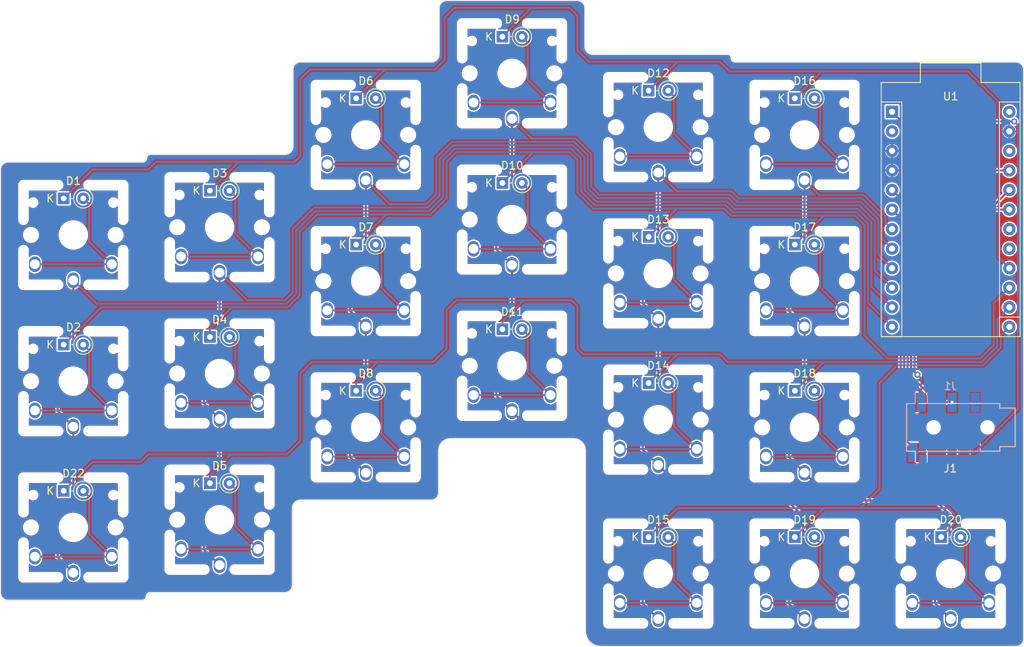
<source format=kicad_pcb>
(kicad_pcb (version 20171130) (host pcbnew "(5.1.9)-1")
  (layers (0 F.Cu signal) (31 B.Cu signal) (34 B.Paste user) (35 F.Paste user) (36 B.SilkS user) (37 F.SilkS user) (38 B.Mask user) (39 F.Mask user) (44 Edge.Cuts user))
  (net 0 "")
  (net 1 "Net-(D1-Pad2)")
  (net 2 row0)
  (net 3 "Net-(D2-Pad2)")
  (net 4 row1)
  (net 5 "Net-(D3-Pad2)")
  (net 6 "Net-(D4-Pad2)")
  (net 7 "Net-(D5-Pad2)")
  (net 8 row2)
  (net 9 "Net-(D6-Pad2)")
  (net 10 "Net-(D7-Pad2)")
  (net 11 "Net-(D8-Pad2)")
  (net 12 "Net-(D9-Pad2)")
  (net 13 "Net-(D10-Pad2)")
  (net 14 "Net-(D11-Pad2)")
  (net 15 "Net-(D12-Pad2)")
  (net 16 "Net-(D13-Pad2)")
  (net 17 "Net-(D14-Pad2)")
  (net 18 "Net-(D15-Pad2)")
  (net 19 row3)
  (net 20 "Net-(D16-Pad2)")
  (net 21 "Net-(D17-Pad2)")
  (net 22 "Net-(D18-Pad2)")
  (net 23 "Net-(D19-Pad2)")
  (net 24 "Net-(D20-Pad2)")
  (net 25 col0)
  (net 26 col1)
  (net 27 col2)
  (net 28 col3)
  (net 29 col4)
  (net 30 col5)
  (net 31 GND)
  (net 32 "Net-(D22-Pad2)")
  (net 33 SDA)
  (net 34 SCL)
  (net 35 +5V)
  (net 36 "Net-(U1-Pad2)")
  (net 37 "Net-(U1-Pad18)")
  (net 38 "Net-(U1-Pad17)")
  (net 39 "Net-(U1-Pad24)")
  (module arduino:Sparkfun_Pro_Micro (layer F.Cu) (at 214.615 105.94)
    (fp_text reference U1 (at -7.62 -29.94) (layer F.SilkS))
    (fp_text value Sparkfun_Pro_Micro)
    (pad 1 thru_hole rect (at -15.24 -27.94) (size 1.6 1.6) (drill 0.8) (layers *.Cu *.Mask) (net 35 +5V))
    (pad 2 thru_hole oval (at -15.24 -25.4) (size 1.6 1.6) (drill 0.8) (layers *.Cu *.Mask) (net 36 "Net-(U1-Pad2)"))
    (pad 3 thru_hole oval (at -15.24 -22.86) (size 1.6 1.6) (drill 0.8) (layers *.Cu *.Mask) (net 31 GND))
    (pad 13 thru_hole oval (at 0 0) (size 1.6 1.6) (drill 0.8) (layers *.Cu *.Mask) (net 19 row3))
    (pad 4 thru_hole oval (at -15.24 -20.32) (size 1.6 1.6) (drill 0.8) (layers *.Cu *.Mask) (net 31 GND))
    (pad 14 thru_hole oval (at 0 -2.54) (size 1.6 1.6) (drill 0.8) (layers *.Cu *.Mask) (net 8 row2))
    (pad 5 thru_hole oval (at -15.24 -17.78) (size 1.6 1.6) (drill 0.8) (layers *.Cu *.Mask) (net 33 SDA))
    (pad 15 thru_hole oval (at 0 -5.08) (size 1.6 1.6) (drill 0.8) (layers *.Cu *.Mask) (net 4 row1))
    (pad 6 thru_hole oval (at -15.24 -15.24) (size 1.6 1.6) (drill 0.8) (layers *.Cu *.Mask) (net 34 SCL))
    (pad 16 thru_hole oval (at 0 -7.62) (size 1.6 1.6) (drill 0.8) (layers *.Cu *.Mask) (net 2 row0))
    (pad 7 thru_hole oval (at -15.24 -12.7) (size 1.6 1.6) (drill 0.8) (layers *.Cu *.Mask) (net 30 col5))
    (pad 17 thru_hole oval (at 0 -10.16) (size 1.6 1.6) (drill 0.8) (layers *.Cu *.Mask) (net 38 "Net-(U1-Pad17)"))
    (pad 8 thru_hole oval (at -15.24 -10.16) (size 1.6 1.6) (drill 0.8) (layers *.Cu *.Mask) (net 29 col4))
    (pad 18 thru_hole oval (at 0 -12.7) (size 1.6 1.6) (drill 0.8) (layers *.Cu *.Mask) (net 37 "Net-(U1-Pad18)"))
    (pad 9 thru_hole oval (at -15.24 -7.62) (size 1.6 1.6) (drill 0.8) (layers *.Cu *.Mask) (net 28 col3))
    (pad 19 thru_hole oval (at 0 -15.24) (size 1.6 1.6) (drill 0.8) (layers *.Cu *.Mask) (net 34 SCL))
    (pad 10 thru_hole oval (at -15.24 -5.08) (size 1.6 1.6) (drill 0.8) (layers *.Cu *.Mask) (net 27 col2))
    (pad 20 thru_hole oval (at 0 -17.78) (size 1.6 1.6) (drill 0.8) (layers *.Cu *.Mask) (net 33 SDA))
    (pad 11 thru_hole oval (at -15.24 -2.54) (size 1.6 1.6) (drill 0.8) (layers *.Cu *.Mask) (net 26 col1))
    (pad 21 thru_hole oval (at 0 -20.32) (size 1.6 1.6) (drill 0.8) (layers *.Cu *.Mask) (net 35 +5V))
    (pad 12 thru_hole oval (at -15.24 0) (size 1.6 1.6) (drill 0.8) (layers *.Cu *.Mask) (net 25 col0))
    (pad 22 thru_hole oval (at 0 -22.86) (size 1.6 1.6) (drill 0.8) (layers *.Cu *.Mask) (net 31 GND))
    (pad 23 thru_hole oval (at 0 -25.4) (size 1.6 1.6) (drill 0.8) (layers *.Cu *.Mask) (net 31 GND))
    (pad 24 thru_hole oval (at 0 -27.94) (size 1.6 1.6) (drill 0.8) (layers *.Cu *.Mask) (net 39 "Net-(U1-Pad24)"))
  )
  (module Connector_Audio:Jack_3.5mm_PJ320D_Horizontal (layer F.Cu) (at 207 119 180)
    (fp_text reference J1 (at 0.05 -5.35 180) (layer F.SilkS))
    (fp_text value AudioJack4)
    (pad R2 smd rect (at -3.175 -3.25 180) (size 1.2 2.5) (layers F.Cu F.Paste F.Mask) (net 31 GND))
    (pad R1 smd rect (at -0.175 -3.25 180) (size 1.2 2.5) (layers F.Cu F.Paste F.Mask) (net 33 SDA))
    (pad T smd rect (at 3.825 -3.25 180) (size 1.2 2.5) (layers F.Cu F.Paste F.Mask) (net 34 SCL))
    (pad S smd rect (at 4.925 3.25 180) (size 1.2 2.5) (layers F.Cu F.Paste F.Mask) (net 35 +5V))
  )
  (module Connector_Audio:Jack_3.5mm_PJ320D_Horizontal (layer B.Cu) (at 207 119 180)
    (fp_text reference J1 (at 0.05 5.35) (layer B.SilkS) (effects (justify mirror)))
    (fp_text value AudioJack4)
    (pad S smd rect (at 4.925 -3.25 180) (size 1.2 2.5) (layers B.Cu B.Paste B.Mask) (net 35 +5V))
    (pad T smd rect (at 3.825 3.25 180) (size 1.2 2.5) (layers B.Cu B.Paste B.Mask) (net 34 SCL))
    (pad R1 smd rect (at -0.175 3.25 180) (size 1.2 2.5) (layers B.Cu B.Paste B.Mask) (net 33 SDA))
    (pad R2 smd rect (at -3.175 3.25 180) (size 1.2 2.5) (layers B.Cu B.Paste B.Mask) (net 31 GND))
    (pad "" np_thru_hole circle (at -4.775 0 180) (size 1.5 1.5) (drill 1.5) (layers *.Cu *.Mask))
    (pad "" np_thru_hole circle (at 2.225 0 180) (size 1.5 1.5) (drill 1.5) (layers *.Cu *.Mask))
  )
  (module keyswitches:SW_PG1350_reversible (layer F.Cu) (at 93 94)
    (fp_text reference K?1 hide)
    (fp_text value KEYSW)
    (pad "" np_thru_hole circle (at -5.22 -4.2) (size 0.9906 0.9906) (drill 0.9906) (layers *.Cu *.Mask))
    (pad 2 thru_hole oval (at 5 3.8) (size 1.5 2.032) (drill 1.27) (layers *.Cu *.Mask) (net 1 "Net-(D1-Pad2)"))
    (pad "" np_thru_hole circle (at 0 0) (size 3.429 3.429) (drill 3.429) (layers *.Cu *.Mask))
    (pad 2 thru_hole oval (at -5 3.8 180) (size 1.5 2.032) (drill oval 1.27) (layers *.Cu *.Mask) (net 1 "Net-(D1-Pad2)"))
    (pad 1 thru_hole oval (at 0 5.9) (size 1.5 2.032) (drill 1.27) (layers *.Cu *.Mask) (net 25 col0))
    (pad "" np_thru_hole circle (at 5.22 -4.2) (size 0.9906 0.9906) (drill 0.9906) (layers *.Cu *.Mask))
    (pad "" np_thru_hole circle (at 5.5 0) (size 1.7018 1.7018) (drill 1.7018) (layers *.Cu *.Mask))
    (pad "" np_thru_hole circle (at -5.5 0) (size 1.7018 1.7018) (drill 1.7018) (layers *.Cu *.Mask))
    (pad "" np_thru_hole oval (at -6.475 4.225) (size 1 5.5) (drill oval 1 5.5) (layers *.Cu *.Mask))
    (pad "" np_thru_hole oval (at -4.225 6.475 90) (size 1 5.5) (drill oval 1 5.5) (layers *.Cu *.Mask))
    (pad "" np_thru_hole oval (at 4.225 6.475 270) (size 1 5.5) (drill oval 1 5.5) (layers *.Cu *.Mask))
    (pad "" np_thru_hole oval (at 6.475 4.225 180) (size 1 5.5) (drill oval 1 5.5) (layers *.Cu *.Mask))
    (pad "" np_thru_hole oval (at 6.475 -4.225) (size 1 5.5) (drill oval 1 5.5) (layers *.Cu *.Mask))
    (pad "" np_thru_hole oval (at 4.225 -6.475 270) (size 1 5.5) (drill oval 1 5.5) (layers *.Cu *.Mask))
    (pad "" np_thru_hole oval (at -4.225 -6.475 270) (size 1 5.5) (drill oval 1 5.5) (layers *.Cu *.Mask))
    (pad "" np_thru_hole oval (at -6.475 -4.225) (size 1 5.5) (drill oval 1 5.5) (layers *.Cu *.Mask))
  )
  (module keyswitches:SW_PG1350_reversible (layer F.Cu) (at 93 132)
    (fp_text reference K20 hide)
    (fp_text value KEYSW)
    (pad "" np_thru_hole circle (at -5.22 -4.2) (size 0.9906 0.9906) (drill 0.9906) (layers *.Cu *.Mask))
    (pad 2 thru_hole oval (at 5 3.8) (size 1.5 2.032) (drill 1.27) (layers *.Cu *.Mask) (net 32 "Net-(D22-Pad2)"))
    (pad "" np_thru_hole circle (at 0 0) (size 3.429 3.429) (drill 3.429) (layers *.Cu *.Mask))
    (pad 2 thru_hole oval (at -5 3.8 180) (size 1.5 2.032) (drill oval 1.27) (layers *.Cu *.Mask) (net 32 "Net-(D22-Pad2)"))
    (pad 1 thru_hole oval (at 0 5.9) (size 1.5 2.032) (drill 1.27) (layers *.Cu *.Mask) (net 25 col0))
    (pad "" np_thru_hole circle (at 5.22 -4.2) (size 0.9906 0.9906) (drill 0.9906) (layers *.Cu *.Mask))
    (pad "" np_thru_hole circle (at 5.5 0) (size 1.7018 1.7018) (drill 1.7018) (layers *.Cu *.Mask))
    (pad "" np_thru_hole circle (at -5.5 0) (size 1.7018 1.7018) (drill 1.7018) (layers *.Cu *.Mask))
    (pad "" np_thru_hole oval (at -6.475 4.225) (size 1 5.5) (drill oval 1 5.5) (layers *.Cu *.Mask))
    (pad "" np_thru_hole oval (at -4.225 6.475 90) (size 1 5.5) (drill oval 1 5.5) (layers *.Cu *.Mask))
    (pad "" np_thru_hole oval (at 4.225 6.475 270) (size 1 5.5) (drill oval 1 5.5) (layers *.Cu *.Mask))
    (pad "" np_thru_hole oval (at 6.475 4.225 180) (size 1 5.5) (drill oval 1 5.5) (layers *.Cu *.Mask))
    (pad "" np_thru_hole oval (at 6.475 -4.225) (size 1 5.5) (drill oval 1 5.5) (layers *.Cu *.Mask))
    (pad "" np_thru_hole oval (at 4.225 -6.475 270) (size 1 5.5) (drill oval 1 5.5) (layers *.Cu *.Mask))
    (pad "" np_thru_hole oval (at -4.225 -6.475 270) (size 1 5.5) (drill oval 1 5.5) (layers *.Cu *.Mask))
    (pad "" np_thru_hole oval (at -6.475 -4.225) (size 1 5.5) (drill oval 1 5.5) (layers *.Cu *.Mask))
  )
  (module keyswitches:SW_PG1350_reversible (layer F.Cu) (at 207 138)
    (fp_text reference K19 hide)
    (fp_text value KEYSW)
    (pad "" np_thru_hole circle (at -5.22 -4.2) (size 0.9906 0.9906) (drill 0.9906) (layers *.Cu *.Mask))
    (pad 2 thru_hole oval (at 5 3.8) (size 1.5 2.032) (drill 1.27) (layers *.Cu *.Mask) (net 24 "Net-(D20-Pad2)"))
    (pad "" np_thru_hole circle (at 0 0) (size 3.429 3.429) (drill 3.429) (layers *.Cu *.Mask))
    (pad 2 thru_hole oval (at -5 3.8 180) (size 1.5 2.032) (drill oval 1.27) (layers *.Cu *.Mask) (net 24 "Net-(D20-Pad2)"))
    (pad 1 thru_hole oval (at 0 5.9) (size 1.5 2.032) (drill 1.27) (layers *.Cu *.Mask) (net 30 col5))
    (pad "" np_thru_hole circle (at 5.22 -4.2) (size 0.9906 0.9906) (drill 0.9906) (layers *.Cu *.Mask))
    (pad "" np_thru_hole circle (at 5.5 0) (size 1.7018 1.7018) (drill 1.7018) (layers *.Cu *.Mask))
    (pad "" np_thru_hole circle (at -5.5 0) (size 1.7018 1.7018) (drill 1.7018) (layers *.Cu *.Mask))
    (pad "" np_thru_hole oval (at -6.475 4.225) (size 1 5.5) (drill oval 1 5.5) (layers *.Cu *.Mask))
    (pad "" np_thru_hole oval (at -4.225 6.475 90) (size 1 5.5) (drill oval 1 5.5) (layers *.Cu *.Mask))
    (pad "" np_thru_hole oval (at 4.225 6.475 270) (size 1 5.5) (drill oval 1 5.5) (layers *.Cu *.Mask))
    (pad "" np_thru_hole oval (at 6.475 4.225 180) (size 1 5.5) (drill oval 1 5.5) (layers *.Cu *.Mask))
    (pad "" np_thru_hole oval (at 6.475 -4.225) (size 1 5.5) (drill oval 1 5.5) (layers *.Cu *.Mask))
    (pad "" np_thru_hole oval (at 4.225 -6.475 270) (size 1 5.5) (drill oval 1 5.5) (layers *.Cu *.Mask))
    (pad "" np_thru_hole oval (at -4.225 -6.475 270) (size 1 5.5) (drill oval 1 5.5) (layers *.Cu *.Mask))
    (pad "" np_thru_hole oval (at -6.475 -4.225) (size 1 5.5) (drill oval 1 5.5) (layers *.Cu *.Mask))
  )
  (module keyswitches:SW_PG1350_reversible (layer F.Cu) (at 188 138)
    (fp_text reference K18 hide)
    (fp_text value KEYSW)
    (pad "" np_thru_hole circle (at -5.22 -4.2) (size 0.9906 0.9906) (drill 0.9906) (layers *.Cu *.Mask))
    (pad 2 thru_hole oval (at 5 3.8) (size 1.5 2.032) (drill 1.27) (layers *.Cu *.Mask) (net 23 "Net-(D19-Pad2)"))
    (pad "" np_thru_hole circle (at 0 0) (size 3.429 3.429) (drill 3.429) (layers *.Cu *.Mask))
    (pad 2 thru_hole oval (at -5 3.8 180) (size 1.5 2.032) (drill oval 1.27) (layers *.Cu *.Mask) (net 23 "Net-(D19-Pad2)"))
    (pad 1 thru_hole oval (at 0 5.9) (size 1.5 2.032) (drill 1.27) (layers *.Cu *.Mask) (net 29 col4))
    (pad "" np_thru_hole circle (at 5.22 -4.2) (size 0.9906 0.9906) (drill 0.9906) (layers *.Cu *.Mask))
    (pad "" np_thru_hole circle (at 5.5 0) (size 1.7018 1.7018) (drill 1.7018) (layers *.Cu *.Mask))
    (pad "" np_thru_hole circle (at -5.5 0) (size 1.7018 1.7018) (drill 1.7018) (layers *.Cu *.Mask))
    (pad "" np_thru_hole oval (at -6.475 4.225) (size 1 5.5) (drill oval 1 5.5) (layers *.Cu *.Mask))
    (pad "" np_thru_hole oval (at -4.225 6.475 90) (size 1 5.5) (drill oval 1 5.5) (layers *.Cu *.Mask))
    (pad "" np_thru_hole oval (at 4.225 6.475 270) (size 1 5.5) (drill oval 1 5.5) (layers *.Cu *.Mask))
    (pad "" np_thru_hole oval (at 6.475 4.225 180) (size 1 5.5) (drill oval 1 5.5) (layers *.Cu *.Mask))
    (pad "" np_thru_hole oval (at 6.475 -4.225) (size 1 5.5) (drill oval 1 5.5) (layers *.Cu *.Mask))
    (pad "" np_thru_hole oval (at 4.225 -6.475 270) (size 1 5.5) (drill oval 1 5.5) (layers *.Cu *.Mask))
    (pad "" np_thru_hole oval (at -4.225 -6.475 270) (size 1 5.5) (drill oval 1 5.5) (layers *.Cu *.Mask))
    (pad "" np_thru_hole oval (at -6.475 -4.225) (size 1 5.5) (drill oval 1 5.5) (layers *.Cu *.Mask))
  )
  (module keyswitches:SW_PG1350_reversible (layer F.Cu) (at 188 119)
    (fp_text reference K17 hide)
    (fp_text value KEYSW)
    (pad "" np_thru_hole circle (at -5.22 -4.2) (size 0.9906 0.9906) (drill 0.9906) (layers *.Cu *.Mask))
    (pad 2 thru_hole oval (at 5 3.8) (size 1.5 2.032) (drill 1.27) (layers *.Cu *.Mask) (net 22 "Net-(D18-Pad2)"))
    (pad "" np_thru_hole circle (at 0 0) (size 3.429 3.429) (drill 3.429) (layers *.Cu *.Mask))
    (pad 2 thru_hole oval (at -5 3.8 180) (size 1.5 2.032) (drill oval 1.27) (layers *.Cu *.Mask) (net 22 "Net-(D18-Pad2)"))
    (pad 1 thru_hole oval (at 0 5.9) (size 1.5 2.032) (drill 1.27) (layers *.Cu *.Mask) (net 30 col5))
    (pad "" np_thru_hole circle (at 5.22 -4.2) (size 0.9906 0.9906) (drill 0.9906) (layers *.Cu *.Mask))
    (pad "" np_thru_hole circle (at 5.5 0) (size 1.7018 1.7018) (drill 1.7018) (layers *.Cu *.Mask))
    (pad "" np_thru_hole circle (at -5.5 0) (size 1.7018 1.7018) (drill 1.7018) (layers *.Cu *.Mask))
    (pad "" np_thru_hole oval (at -6.475 4.225) (size 1 5.5) (drill oval 1 5.5) (layers *.Cu *.Mask))
    (pad "" np_thru_hole oval (at -4.225 6.475 90) (size 1 5.5) (drill oval 1 5.5) (layers *.Cu *.Mask))
    (pad "" np_thru_hole oval (at 4.225 6.475 270) (size 1 5.5) (drill oval 1 5.5) (layers *.Cu *.Mask))
    (pad "" np_thru_hole oval (at 6.475 4.225 180) (size 1 5.5) (drill oval 1 5.5) (layers *.Cu *.Mask))
    (pad "" np_thru_hole oval (at 6.475 -4.225) (size 1 5.5) (drill oval 1 5.5) (layers *.Cu *.Mask))
    (pad "" np_thru_hole oval (at 4.225 -6.475 270) (size 1 5.5) (drill oval 1 5.5) (layers *.Cu *.Mask))
    (pad "" np_thru_hole oval (at -4.225 -6.475 270) (size 1 5.5) (drill oval 1 5.5) (layers *.Cu *.Mask))
    (pad "" np_thru_hole oval (at -6.475 -4.225) (size 1 5.5) (drill oval 1 5.5) (layers *.Cu *.Mask))
  )
  (module keyswitches:SW_PG1350_reversible (layer F.Cu) (at 188 100)
    (fp_text reference K16 hide)
    (fp_text value KEYSW)
    (pad "" np_thru_hole circle (at -5.22 -4.2) (size 0.9906 0.9906) (drill 0.9906) (layers *.Cu *.Mask))
    (pad 2 thru_hole oval (at 5 3.8) (size 1.5 2.032) (drill 1.27) (layers *.Cu *.Mask) (net 21 "Net-(D17-Pad2)"))
    (pad "" np_thru_hole circle (at 0 0) (size 3.429 3.429) (drill 3.429) (layers *.Cu *.Mask))
    (pad 2 thru_hole oval (at -5 3.8 180) (size 1.5 2.032) (drill oval 1.27) (layers *.Cu *.Mask) (net 21 "Net-(D17-Pad2)"))
    (pad 1 thru_hole oval (at 0 5.9) (size 1.5 2.032) (drill 1.27) (layers *.Cu *.Mask) (net 30 col5))
    (pad "" np_thru_hole circle (at 5.22 -4.2) (size 0.9906 0.9906) (drill 0.9906) (layers *.Cu *.Mask))
    (pad "" np_thru_hole circle (at 5.5 0) (size 1.7018 1.7018) (drill 1.7018) (layers *.Cu *.Mask))
    (pad "" np_thru_hole circle (at -5.5 0) (size 1.7018 1.7018) (drill 1.7018) (layers *.Cu *.Mask))
    (pad "" np_thru_hole oval (at -6.475 4.225) (size 1 5.5) (drill oval 1 5.5) (layers *.Cu *.Mask))
    (pad "" np_thru_hole oval (at -4.225 6.475 90) (size 1 5.5) (drill oval 1 5.5) (layers *.Cu *.Mask))
    (pad "" np_thru_hole oval (at 4.225 6.475 270) (size 1 5.5) (drill oval 1 5.5) (layers *.Cu *.Mask))
    (pad "" np_thru_hole oval (at 6.475 4.225 180) (size 1 5.5) (drill oval 1 5.5) (layers *.Cu *.Mask))
    (pad "" np_thru_hole oval (at 6.475 -4.225) (size 1 5.5) (drill oval 1 5.5) (layers *.Cu *.Mask))
    (pad "" np_thru_hole oval (at 4.225 -6.475 270) (size 1 5.5) (drill oval 1 5.5) (layers *.Cu *.Mask))
    (pad "" np_thru_hole oval (at -4.225 -6.475 270) (size 1 5.5) (drill oval 1 5.5) (layers *.Cu *.Mask))
    (pad "" np_thru_hole oval (at -6.475 -4.225) (size 1 5.5) (drill oval 1 5.5) (layers *.Cu *.Mask))
  )
  (module keyswitches:SW_PG1350_reversible (layer F.Cu) (at 188 81)
    (fp_text reference K15 hide)
    (fp_text value KEYSW)
    (pad "" np_thru_hole circle (at -5.22 -4.2) (size 0.9906 0.9906) (drill 0.9906) (layers *.Cu *.Mask))
    (pad 2 thru_hole oval (at 5 3.8) (size 1.5 2.032) (drill 1.27) (layers *.Cu *.Mask) (net 20 "Net-(D16-Pad2)"))
    (pad "" np_thru_hole circle (at 0 0) (size 3.429 3.429) (drill 3.429) (layers *.Cu *.Mask))
    (pad 2 thru_hole oval (at -5 3.8 180) (size 1.5 2.032) (drill oval 1.27) (layers *.Cu *.Mask) (net 20 "Net-(D16-Pad2)"))
    (pad 1 thru_hole oval (at 0 5.9) (size 1.5 2.032) (drill 1.27) (layers *.Cu *.Mask) (net 30 col5))
    (pad "" np_thru_hole circle (at 5.22 -4.2) (size 0.9906 0.9906) (drill 0.9906) (layers *.Cu *.Mask))
    (pad "" np_thru_hole circle (at 5.5 0) (size 1.7018 1.7018) (drill 1.7018) (layers *.Cu *.Mask))
    (pad "" np_thru_hole circle (at -5.5 0) (size 1.7018 1.7018) (drill 1.7018) (layers *.Cu *.Mask))
    (pad "" np_thru_hole oval (at -6.475 4.225) (size 1 5.5) (drill oval 1 5.5) (layers *.Cu *.Mask))
    (pad "" np_thru_hole oval (at -4.225 6.475 90) (size 1 5.5) (drill oval 1 5.5) (layers *.Cu *.Mask))
    (pad "" np_thru_hole oval (at 4.225 6.475 270) (size 1 5.5) (drill oval 1 5.5) (layers *.Cu *.Mask))
    (pad "" np_thru_hole oval (at 6.475 4.225 180) (size 1 5.5) (drill oval 1 5.5) (layers *.Cu *.Mask))
    (pad "" np_thru_hole oval (at 6.475 -4.225) (size 1 5.5) (drill oval 1 5.5) (layers *.Cu *.Mask))
    (pad "" np_thru_hole oval (at 4.225 -6.475 270) (size 1 5.5) (drill oval 1 5.5) (layers *.Cu *.Mask))
    (pad "" np_thru_hole oval (at -4.225 -6.475 270) (size 1 5.5) (drill oval 1 5.5) (layers *.Cu *.Mask))
    (pad "" np_thru_hole oval (at -6.475 -4.225) (size 1 5.5) (drill oval 1 5.5) (layers *.Cu *.Mask))
  )
  (module keyswitches:SW_PG1350_reversible (layer F.Cu) (at 169 138)
    (fp_text reference K14 hide)
    (fp_text value KEYSW)
    (pad "" np_thru_hole circle (at -5.22 -4.2) (size 0.9906 0.9906) (drill 0.9906) (layers *.Cu *.Mask))
    (pad 2 thru_hole oval (at 5 3.8) (size 1.5 2.032) (drill 1.27) (layers *.Cu *.Mask) (net 18 "Net-(D15-Pad2)"))
    (pad "" np_thru_hole circle (at 0 0) (size 3.429 3.429) (drill 3.429) (layers *.Cu *.Mask))
    (pad 2 thru_hole oval (at -5 3.8 180) (size 1.5 2.032) (drill oval 1.27) (layers *.Cu *.Mask) (net 18 "Net-(D15-Pad2)"))
    (pad 1 thru_hole oval (at 0 5.9) (size 1.5 2.032) (drill 1.27) (layers *.Cu *.Mask) (net 28 col3))
    (pad "" np_thru_hole circle (at 5.22 -4.2) (size 0.9906 0.9906) (drill 0.9906) (layers *.Cu *.Mask))
    (pad "" np_thru_hole circle (at 5.5 0) (size 1.7018 1.7018) (drill 1.7018) (layers *.Cu *.Mask))
    (pad "" np_thru_hole circle (at -5.5 0) (size 1.7018 1.7018) (drill 1.7018) (layers *.Cu *.Mask))
    (pad "" np_thru_hole oval (at -6.475 4.225) (size 1 5.5) (drill oval 1 5.5) (layers *.Cu *.Mask))
    (pad "" np_thru_hole oval (at -4.225 6.475 90) (size 1 5.5) (drill oval 1 5.5) (layers *.Cu *.Mask))
    (pad "" np_thru_hole oval (at 4.225 6.475 270) (size 1 5.5) (drill oval 1 5.5) (layers *.Cu *.Mask))
    (pad "" np_thru_hole oval (at 6.475 4.225 180) (size 1 5.5) (drill oval 1 5.5) (layers *.Cu *.Mask))
    (pad "" np_thru_hole oval (at 6.475 -4.225) (size 1 5.5) (drill oval 1 5.5) (layers *.Cu *.Mask))
    (pad "" np_thru_hole oval (at 4.225 -6.475 270) (size 1 5.5) (drill oval 1 5.5) (layers *.Cu *.Mask))
    (pad "" np_thru_hole oval (at -4.225 -6.475 270) (size 1 5.5) (drill oval 1 5.5) (layers *.Cu *.Mask))
    (pad "" np_thru_hole oval (at -6.475 -4.225) (size 1 5.5) (drill oval 1 5.5) (layers *.Cu *.Mask))
  )
  (module keyswitches:SW_PG1350_reversible (layer F.Cu) (at 169 118)
    (fp_text reference K13 hide)
    (fp_text value KEYSW)
    (pad "" np_thru_hole circle (at -5.22 -4.2) (size 0.9906 0.9906) (drill 0.9906) (layers *.Cu *.Mask))
    (pad 2 thru_hole oval (at 5 3.8) (size 1.5 2.032) (drill 1.27) (layers *.Cu *.Mask) (net 17 "Net-(D14-Pad2)"))
    (pad "" np_thru_hole circle (at 0 0) (size 3.429 3.429) (drill 3.429) (layers *.Cu *.Mask))
    (pad 2 thru_hole oval (at -5 3.8 180) (size 1.5 2.032) (drill oval 1.27) (layers *.Cu *.Mask) (net 17 "Net-(D14-Pad2)"))
    (pad 1 thru_hole oval (at 0 5.9) (size 1.5 2.032) (drill 1.27) (layers *.Cu *.Mask) (net 29 col4))
    (pad "" np_thru_hole circle (at 5.22 -4.2) (size 0.9906 0.9906) (drill 0.9906) (layers *.Cu *.Mask))
    (pad "" np_thru_hole circle (at 5.5 0) (size 1.7018 1.7018) (drill 1.7018) (layers *.Cu *.Mask))
    (pad "" np_thru_hole circle (at -5.5 0) (size 1.7018 1.7018) (drill 1.7018) (layers *.Cu *.Mask))
    (pad "" np_thru_hole oval (at -6.475 4.225) (size 1 5.5) (drill oval 1 5.5) (layers *.Cu *.Mask))
    (pad "" np_thru_hole oval (at -4.225 6.475 90) (size 1 5.5) (drill oval 1 5.5) (layers *.Cu *.Mask))
    (pad "" np_thru_hole oval (at 4.225 6.475 270) (size 1 5.5) (drill oval 1 5.5) (layers *.Cu *.Mask))
    (pad "" np_thru_hole oval (at 6.475 4.225 180) (size 1 5.5) (drill oval 1 5.5) (layers *.Cu *.Mask))
    (pad "" np_thru_hole oval (at 6.475 -4.225) (size 1 5.5) (drill oval 1 5.5) (layers *.Cu *.Mask))
    (pad "" np_thru_hole oval (at 4.225 -6.475 270) (size 1 5.5) (drill oval 1 5.5) (layers *.Cu *.Mask))
    (pad "" np_thru_hole oval (at -4.225 -6.475 270) (size 1 5.5) (drill oval 1 5.5) (layers *.Cu *.Mask))
    (pad "" np_thru_hole oval (at -6.475 -4.225) (size 1 5.5) (drill oval 1 5.5) (layers *.Cu *.Mask))
  )
  (module keyswitches:SW_PG1350_reversible (layer F.Cu) (at 169 99)
    (fp_text reference K12 hide)
    (fp_text value KEYSW)
    (pad "" np_thru_hole circle (at -5.22 -4.2) (size 0.9906 0.9906) (drill 0.9906) (layers *.Cu *.Mask))
    (pad 2 thru_hole oval (at 5 3.8) (size 1.5 2.032) (drill 1.27) (layers *.Cu *.Mask) (net 16 "Net-(D13-Pad2)"))
    (pad "" np_thru_hole circle (at 0 0) (size 3.429 3.429) (drill 3.429) (layers *.Cu *.Mask))
    (pad 2 thru_hole oval (at -5 3.8 180) (size 1.5 2.032) (drill oval 1.27) (layers *.Cu *.Mask) (net 16 "Net-(D13-Pad2)"))
    (pad 1 thru_hole oval (at 0 5.9) (size 1.5 2.032) (drill 1.27) (layers *.Cu *.Mask) (net 29 col4))
    (pad "" np_thru_hole circle (at 5.22 -4.2) (size 0.9906 0.9906) (drill 0.9906) (layers *.Cu *.Mask))
    (pad "" np_thru_hole circle (at 5.5 0) (size 1.7018 1.7018) (drill 1.7018) (layers *.Cu *.Mask))
    (pad "" np_thru_hole circle (at -5.5 0) (size 1.7018 1.7018) (drill 1.7018) (layers *.Cu *.Mask))
    (pad "" np_thru_hole oval (at -6.475 4.225) (size 1 5.5) (drill oval 1 5.5) (layers *.Cu *.Mask))
    (pad "" np_thru_hole oval (at -4.225 6.475 90) (size 1 5.5) (drill oval 1 5.5) (layers *.Cu *.Mask))
    (pad "" np_thru_hole oval (at 4.225 6.475 270) (size 1 5.5) (drill oval 1 5.5) (layers *.Cu *.Mask))
    (pad "" np_thru_hole oval (at 6.475 4.225 180) (size 1 5.5) (drill oval 1 5.5) (layers *.Cu *.Mask))
    (pad "" np_thru_hole oval (at 6.475 -4.225) (size 1 5.5) (drill oval 1 5.5) (layers *.Cu *.Mask))
    (pad "" np_thru_hole oval (at 4.225 -6.475 270) (size 1 5.5) (drill oval 1 5.5) (layers *.Cu *.Mask))
    (pad "" np_thru_hole oval (at -4.225 -6.475 270) (size 1 5.5) (drill oval 1 5.5) (layers *.Cu *.Mask))
    (pad "" np_thru_hole oval (at -6.475 -4.225) (size 1 5.5) (drill oval 1 5.5) (layers *.Cu *.Mask))
  )
  (module keyswitches:SW_PG1350_reversible (layer F.Cu) (at 169 80)
    (fp_text reference K11 hide)
    (fp_text value KEYSW)
    (pad "" np_thru_hole circle (at -5.22 -4.2) (size 0.9906 0.9906) (drill 0.9906) (layers *.Cu *.Mask))
    (pad 2 thru_hole oval (at 5 3.8) (size 1.5 2.032) (drill 1.27) (layers *.Cu *.Mask) (net 15 "Net-(D12-Pad2)"))
    (pad "" np_thru_hole circle (at 0 0) (size 3.429 3.429) (drill 3.429) (layers *.Cu *.Mask))
    (pad 2 thru_hole oval (at -5 3.8 180) (size 1.5 2.032) (drill oval 1.27) (layers *.Cu *.Mask) (net 15 "Net-(D12-Pad2)"))
    (pad 1 thru_hole oval (at 0 5.9) (size 1.5 2.032) (drill 1.27) (layers *.Cu *.Mask) (net 29 col4))
    (pad "" np_thru_hole circle (at 5.22 -4.2) (size 0.9906 0.9906) (drill 0.9906) (layers *.Cu *.Mask))
    (pad "" np_thru_hole circle (at 5.5 0) (size 1.7018 1.7018) (drill 1.7018) (layers *.Cu *.Mask))
    (pad "" np_thru_hole circle (at -5.5 0) (size 1.7018 1.7018) (drill 1.7018) (layers *.Cu *.Mask))
    (pad "" np_thru_hole oval (at -6.475 4.225) (size 1 5.5) (drill oval 1 5.5) (layers *.Cu *.Mask))
    (pad "" np_thru_hole oval (at -4.225 6.475 90) (size 1 5.5) (drill oval 1 5.5) (layers *.Cu *.Mask))
    (pad "" np_thru_hole oval (at 4.225 6.475 270) (size 1 5.5) (drill oval 1 5.5) (layers *.Cu *.Mask))
    (pad "" np_thru_hole oval (at 6.475 4.225 180) (size 1 5.5) (drill oval 1 5.5) (layers *.Cu *.Mask))
    (pad "" np_thru_hole oval (at 6.475 -4.225) (size 1 5.5) (drill oval 1 5.5) (layers *.Cu *.Mask))
    (pad "" np_thru_hole oval (at 4.225 -6.475 270) (size 1 5.5) (drill oval 1 5.5) (layers *.Cu *.Mask))
    (pad "" np_thru_hole oval (at -4.225 -6.475 270) (size 1 5.5) (drill oval 1 5.5) (layers *.Cu *.Mask))
    (pad "" np_thru_hole oval (at -6.475 -4.225) (size 1 5.5) (drill oval 1 5.5) (layers *.Cu *.Mask))
  )
  (module keyswitches:SW_PG1350_reversible (layer F.Cu) (at 150 111)
    (fp_text reference K10 hide)
    (fp_text value KEYSW)
    (pad "" np_thru_hole circle (at -5.22 -4.2) (size 0.9906 0.9906) (drill 0.9906) (layers *.Cu *.Mask))
    (pad 2 thru_hole oval (at 5 3.8) (size 1.5 2.032) (drill 1.27) (layers *.Cu *.Mask) (net 14 "Net-(D11-Pad2)"))
    (pad "" np_thru_hole circle (at 0 0) (size 3.429 3.429) (drill 3.429) (layers *.Cu *.Mask))
    (pad 2 thru_hole oval (at -5 3.8 180) (size 1.5 2.032) (drill oval 1.27) (layers *.Cu *.Mask) (net 14 "Net-(D11-Pad2)"))
    (pad 1 thru_hole oval (at 0 5.9) (size 1.5 2.032) (drill 1.27) (layers *.Cu *.Mask) (net 28 col3))
    (pad "" np_thru_hole circle (at 5.22 -4.2) (size 0.9906 0.9906) (drill 0.9906) (layers *.Cu *.Mask))
    (pad "" np_thru_hole circle (at 5.5 0) (size 1.7018 1.7018) (drill 1.7018) (layers *.Cu *.Mask))
    (pad "" np_thru_hole circle (at -5.5 0) (size 1.7018 1.7018) (drill 1.7018) (layers *.Cu *.Mask))
    (pad "" np_thru_hole oval (at -6.475 4.225) (size 1 5.5) (drill oval 1 5.5) (layers *.Cu *.Mask))
    (pad "" np_thru_hole oval (at -4.225 6.475 90) (size 1 5.5) (drill oval 1 5.5) (layers *.Cu *.Mask))
    (pad "" np_thru_hole oval (at 4.225 6.475 270) (size 1 5.5) (drill oval 1 5.5) (layers *.Cu *.Mask))
    (pad "" np_thru_hole oval (at 6.475 4.225 180) (size 1 5.5) (drill oval 1 5.5) (layers *.Cu *.Mask))
    (pad "" np_thru_hole oval (at 6.475 -4.225) (size 1 5.5) (drill oval 1 5.5) (layers *.Cu *.Mask))
    (pad "" np_thru_hole oval (at 4.225 -6.475 270) (size 1 5.5) (drill oval 1 5.5) (layers *.Cu *.Mask))
    (pad "" np_thru_hole oval (at -4.225 -6.475 270) (size 1 5.5) (drill oval 1 5.5) (layers *.Cu *.Mask))
    (pad "" np_thru_hole oval (at -6.475 -4.225) (size 1 5.5) (drill oval 1 5.5) (layers *.Cu *.Mask))
  )
  (module keyswitches:SW_PG1350_reversible (layer F.Cu) (at 150 92)
    (fp_text reference K9 hide)
    (fp_text value KEYSW)
    (pad "" np_thru_hole circle (at -5.22 -4.2) (size 0.9906 0.9906) (drill 0.9906) (layers *.Cu *.Mask))
    (pad 2 thru_hole oval (at 5 3.8) (size 1.5 2.032) (drill 1.27) (layers *.Cu *.Mask) (net 13 "Net-(D10-Pad2)"))
    (pad "" np_thru_hole circle (at 0 0) (size 3.429 3.429) (drill 3.429) (layers *.Cu *.Mask))
    (pad 2 thru_hole oval (at -5 3.8 180) (size 1.5 2.032) (drill oval 1.27) (layers *.Cu *.Mask) (net 13 "Net-(D10-Pad2)"))
    (pad 1 thru_hole oval (at 0 5.9) (size 1.5 2.032) (drill 1.27) (layers *.Cu *.Mask) (net 28 col3))
    (pad "" np_thru_hole circle (at 5.22 -4.2) (size 0.9906 0.9906) (drill 0.9906) (layers *.Cu *.Mask))
    (pad "" np_thru_hole circle (at 5.5 0) (size 1.7018 1.7018) (drill 1.7018) (layers *.Cu *.Mask))
    (pad "" np_thru_hole circle (at -5.5 0) (size 1.7018 1.7018) (drill 1.7018) (layers *.Cu *.Mask))
    (pad "" np_thru_hole oval (at -6.475 4.225) (size 1 5.5) (drill oval 1 5.5) (layers *.Cu *.Mask))
    (pad "" np_thru_hole oval (at -4.225 6.475 90) (size 1 5.5) (drill oval 1 5.5) (layers *.Cu *.Mask))
    (pad "" np_thru_hole oval (at 4.225 6.475 270) (size 1 5.5) (drill oval 1 5.5) (layers *.Cu *.Mask))
    (pad "" np_thru_hole oval (at 6.475 4.225 180) (size 1 5.5) (drill oval 1 5.5) (layers *.Cu *.Mask))
    (pad "" np_thru_hole oval (at 6.475 -4.225) (size 1 5.5) (drill oval 1 5.5) (layers *.Cu *.Mask))
    (pad "" np_thru_hole oval (at 4.225 -6.475 270) (size 1 5.5) (drill oval 1 5.5) (layers *.Cu *.Mask))
    (pad "" np_thru_hole oval (at -4.225 -6.475 270) (size 1 5.5) (drill oval 1 5.5) (layers *.Cu *.Mask))
    (pad "" np_thru_hole oval (at -6.475 -4.225) (size 1 5.5) (drill oval 1 5.5) (layers *.Cu *.Mask))
  )
  (module keyswitches:SW_PG1350_reversible (layer F.Cu) (at 150 73)
    (fp_text reference K8 hide)
    (fp_text value KEYSW)
    (pad "" np_thru_hole circle (at -5.22 -4.2) (size 0.9906 0.9906) (drill 0.9906) (layers *.Cu *.Mask))
    (pad 2 thru_hole oval (at 5 3.8) (size 1.5 2.032) (drill 1.27) (layers *.Cu *.Mask) (net 12 "Net-(D9-Pad2)"))
    (pad "" np_thru_hole circle (at 0 0) (size 3.429 3.429) (drill 3.429) (layers *.Cu *.Mask))
    (pad 2 thru_hole oval (at -5 3.8 180) (size 1.5 2.032) (drill oval 1.27) (layers *.Cu *.Mask) (net 12 "Net-(D9-Pad2)"))
    (pad 1 thru_hole oval (at 0 5.9) (size 1.5 2.032) (drill 1.27) (layers *.Cu *.Mask) (net 28 col3))
    (pad "" np_thru_hole circle (at 5.22 -4.2) (size 0.9906 0.9906) (drill 0.9906) (layers *.Cu *.Mask))
    (pad "" np_thru_hole circle (at 5.5 0) (size 1.7018 1.7018) (drill 1.7018) (layers *.Cu *.Mask))
    (pad "" np_thru_hole circle (at -5.5 0) (size 1.7018 1.7018) (drill 1.7018) (layers *.Cu *.Mask))
    (pad "" np_thru_hole oval (at -6.475 4.225) (size 1 5.5) (drill oval 1 5.5) (layers *.Cu *.Mask))
    (pad "" np_thru_hole oval (at -4.225 6.475 90) (size 1 5.5) (drill oval 1 5.5) (layers *.Cu *.Mask))
    (pad "" np_thru_hole oval (at 4.225 6.475 270) (size 1 5.5) (drill oval 1 5.5) (layers *.Cu *.Mask))
    (pad "" np_thru_hole oval (at 6.475 4.225 180) (size 1 5.5) (drill oval 1 5.5) (layers *.Cu *.Mask))
    (pad "" np_thru_hole oval (at 6.475 -4.225) (size 1 5.5) (drill oval 1 5.5) (layers *.Cu *.Mask))
    (pad "" np_thru_hole oval (at 4.225 -6.475 270) (size 1 5.5) (drill oval 1 5.5) (layers *.Cu *.Mask))
    (pad "" np_thru_hole oval (at -4.225 -6.475 270) (size 1 5.5) (drill oval 1 5.5) (layers *.Cu *.Mask))
    (pad "" np_thru_hole oval (at -6.475 -4.225) (size 1 5.5) (drill oval 1 5.5) (layers *.Cu *.Mask))
  )
  (module keyswitches:SW_PG1350_reversible (layer F.Cu) (at 131 119)
    (fp_text reference K7 hide)
    (fp_text value KEYSW)
    (pad "" np_thru_hole circle (at -5.22 -4.2) (size 0.9906 0.9906) (drill 0.9906) (layers *.Cu *.Mask))
    (pad 2 thru_hole oval (at 5 3.8) (size 1.5 2.032) (drill 1.27) (layers *.Cu *.Mask) (net 11 "Net-(D8-Pad2)"))
    (pad "" np_thru_hole circle (at 0 0) (size 3.429 3.429) (drill 3.429) (layers *.Cu *.Mask))
    (pad 2 thru_hole oval (at -5 3.8 180) (size 1.5 2.032) (drill oval 1.27) (layers *.Cu *.Mask) (net 11 "Net-(D8-Pad2)"))
    (pad 1 thru_hole oval (at 0 5.9) (size 1.5 2.032) (drill 1.27) (layers *.Cu *.Mask) (net 27 col2))
    (pad "" np_thru_hole circle (at 5.22 -4.2) (size 0.9906 0.9906) (drill 0.9906) (layers *.Cu *.Mask))
    (pad "" np_thru_hole circle (at 5.5 0) (size 1.7018 1.7018) (drill 1.7018) (layers *.Cu *.Mask))
    (pad "" np_thru_hole circle (at -5.5 0) (size 1.7018 1.7018) (drill 1.7018) (layers *.Cu *.Mask))
    (pad "" np_thru_hole oval (at -6.475 4.225) (size 1 5.5) (drill oval 1 5.5) (layers *.Cu *.Mask))
    (pad "" np_thru_hole oval (at -4.225 6.475 90) (size 1 5.5) (drill oval 1 5.5) (layers *.Cu *.Mask))
    (pad "" np_thru_hole oval (at 4.225 6.475 270) (size 1 5.5) (drill oval 1 5.5) (layers *.Cu *.Mask))
    (pad "" np_thru_hole oval (at 6.475 4.225 180) (size 1 5.5) (drill oval 1 5.5) (layers *.Cu *.Mask))
    (pad "" np_thru_hole oval (at 6.475 -4.225) (size 1 5.5) (drill oval 1 5.5) (layers *.Cu *.Mask))
    (pad "" np_thru_hole oval (at 4.225 -6.475 270) (size 1 5.5) (drill oval 1 5.5) (layers *.Cu *.Mask))
    (pad "" np_thru_hole oval (at -4.225 -6.475 270) (size 1 5.5) (drill oval 1 5.5) (layers *.Cu *.Mask))
    (pad "" np_thru_hole oval (at -6.475 -4.225) (size 1 5.5) (drill oval 1 5.5) (layers *.Cu *.Mask))
  )
  (module keyswitches:SW_PG1350_reversible (layer F.Cu) (at 131 100)
    (fp_text reference K6 hide)
    (fp_text value KEYSW)
    (pad "" np_thru_hole circle (at -5.22 -4.2) (size 0.9906 0.9906) (drill 0.9906) (layers *.Cu *.Mask))
    (pad 2 thru_hole oval (at 5 3.8) (size 1.5 2.032) (drill 1.27) (layers *.Cu *.Mask) (net 10 "Net-(D7-Pad2)"))
    (pad "" np_thru_hole circle (at 0 0) (size 3.429 3.429) (drill 3.429) (layers *.Cu *.Mask))
    (pad 2 thru_hole oval (at -5 3.8 180) (size 1.5 2.032) (drill oval 1.27) (layers *.Cu *.Mask) (net 10 "Net-(D7-Pad2)"))
    (pad 1 thru_hole oval (at 0 5.9) (size 1.5 2.032) (drill 1.27) (layers *.Cu *.Mask) (net 27 col2))
    (pad "" np_thru_hole circle (at 5.22 -4.2) (size 0.9906 0.9906) (drill 0.9906) (layers *.Cu *.Mask))
    (pad "" np_thru_hole circle (at 5.5 0) (size 1.7018 1.7018) (drill 1.7018) (layers *.Cu *.Mask))
    (pad "" np_thru_hole circle (at -5.5 0) (size 1.7018 1.7018) (drill 1.7018) (layers *.Cu *.Mask))
    (pad "" np_thru_hole oval (at -6.475 4.225) (size 1 5.5) (drill oval 1 5.5) (layers *.Cu *.Mask))
    (pad "" np_thru_hole oval (at -4.225 6.475 90) (size 1 5.5) (drill oval 1 5.5) (layers *.Cu *.Mask))
    (pad "" np_thru_hole oval (at 4.225 6.475 270) (size 1 5.5) (drill oval 1 5.5) (layers *.Cu *.Mask))
    (pad "" np_thru_hole oval (at 6.475 4.225 180) (size 1 5.5) (drill oval 1 5.5) (layers *.Cu *.Mask))
    (pad "" np_thru_hole oval (at 6.475 -4.225) (size 1 5.5) (drill oval 1 5.5) (layers *.Cu *.Mask))
    (pad "" np_thru_hole oval (at 4.225 -6.475 270) (size 1 5.5) (drill oval 1 5.5) (layers *.Cu *.Mask))
    (pad "" np_thru_hole oval (at -4.225 -6.475 270) (size 1 5.5) (drill oval 1 5.5) (layers *.Cu *.Mask))
    (pad "" np_thru_hole oval (at -6.475 -4.225) (size 1 5.5) (drill oval 1 5.5) (layers *.Cu *.Mask))
  )
  (module keyswitches:SW_PG1350_reversible (layer F.Cu) (at 131 81)
    (fp_text reference K5 hide)
    (fp_text value KEYSW)
    (pad "" np_thru_hole circle (at -5.22 -4.2) (size 0.9906 0.9906) (drill 0.9906) (layers *.Cu *.Mask))
    (pad 2 thru_hole oval (at 5 3.8) (size 1.5 2.032) (drill 1.27) (layers *.Cu *.Mask) (net 9 "Net-(D6-Pad2)"))
    (pad "" np_thru_hole circle (at 0 0) (size 3.429 3.429) (drill 3.429) (layers *.Cu *.Mask))
    (pad 2 thru_hole oval (at -5 3.8 180) (size 1.5 2.032) (drill oval 1.27) (layers *.Cu *.Mask) (net 9 "Net-(D6-Pad2)"))
    (pad 1 thru_hole oval (at 0 5.9) (size 1.5 2.032) (drill 1.27) (layers *.Cu *.Mask) (net 27 col2))
    (pad "" np_thru_hole circle (at 5.22 -4.2) (size 0.9906 0.9906) (drill 0.9906) (layers *.Cu *.Mask))
    (pad "" np_thru_hole circle (at 5.5 0) (size 1.7018 1.7018) (drill 1.7018) (layers *.Cu *.Mask))
    (pad "" np_thru_hole circle (at -5.5 0) (size 1.7018 1.7018) (drill 1.7018) (layers *.Cu *.Mask))
    (pad "" np_thru_hole oval (at -6.475 4.225) (size 1 5.5) (drill oval 1 5.5) (layers *.Cu *.Mask))
    (pad "" np_thru_hole oval (at -4.225 6.475 90) (size 1 5.5) (drill oval 1 5.5) (layers *.Cu *.Mask))
    (pad "" np_thru_hole oval (at 4.225 6.475 270) (size 1 5.5) (drill oval 1 5.5) (layers *.Cu *.Mask))
    (pad "" np_thru_hole oval (at 6.475 4.225 180) (size 1 5.5) (drill oval 1 5.5) (layers *.Cu *.Mask))
    (pad "" np_thru_hole oval (at 6.475 -4.225) (size 1 5.5) (drill oval 1 5.5) (layers *.Cu *.Mask))
    (pad "" np_thru_hole oval (at 4.225 -6.475 270) (size 1 5.5) (drill oval 1 5.5) (layers *.Cu *.Mask))
    (pad "" np_thru_hole oval (at -4.225 -6.475 270) (size 1 5.5) (drill oval 1 5.5) (layers *.Cu *.Mask))
    (pad "" np_thru_hole oval (at -6.475 -4.225) (size 1 5.5) (drill oval 1 5.5) (layers *.Cu *.Mask))
  )
  (module keyswitches:SW_PG1350_reversible (layer F.Cu) (at 112 131)
    (fp_text reference K4 hide)
    (fp_text value KEYSW)
    (pad "" np_thru_hole circle (at -5.22 -4.2) (size 0.9906 0.9906) (drill 0.9906) (layers *.Cu *.Mask))
    (pad 2 thru_hole oval (at 5 3.8) (size 1.5 2.032) (drill 1.27) (layers *.Cu *.Mask) (net 7 "Net-(D5-Pad2)"))
    (pad "" np_thru_hole circle (at 0 0) (size 3.429 3.429) (drill 3.429) (layers *.Cu *.Mask))
    (pad 2 thru_hole oval (at -5 3.8 180) (size 1.5 2.032) (drill oval 1.27) (layers *.Cu *.Mask) (net 7 "Net-(D5-Pad2)"))
    (pad 1 thru_hole oval (at 0 5.9) (size 1.5 2.032) (drill 1.27) (layers *.Cu *.Mask) (net 26 col1))
    (pad "" np_thru_hole circle (at 5.22 -4.2) (size 0.9906 0.9906) (drill 0.9906) (layers *.Cu *.Mask))
    (pad "" np_thru_hole circle (at 5.5 0) (size 1.7018 1.7018) (drill 1.7018) (layers *.Cu *.Mask))
    (pad "" np_thru_hole circle (at -5.5 0) (size 1.7018 1.7018) (drill 1.7018) (layers *.Cu *.Mask))
    (pad "" np_thru_hole oval (at -6.475 4.225) (size 1 5.5) (drill oval 1 5.5) (layers *.Cu *.Mask))
    (pad "" np_thru_hole oval (at -4.225 6.475 90) (size 1 5.5) (drill oval 1 5.5) (layers *.Cu *.Mask))
    (pad "" np_thru_hole oval (at 4.225 6.475 270) (size 1 5.5) (drill oval 1 5.5) (layers *.Cu *.Mask))
    (pad "" np_thru_hole oval (at 6.475 4.225 180) (size 1 5.5) (drill oval 1 5.5) (layers *.Cu *.Mask))
    (pad "" np_thru_hole oval (at 6.475 -4.225) (size 1 5.5) (drill oval 1 5.5) (layers *.Cu *.Mask))
    (pad "" np_thru_hole oval (at 4.225 -6.475 270) (size 1 5.5) (drill oval 1 5.5) (layers *.Cu *.Mask))
    (pad "" np_thru_hole oval (at -4.225 -6.475 270) (size 1 5.5) (drill oval 1 5.5) (layers *.Cu *.Mask))
    (pad "" np_thru_hole oval (at -6.475 -4.225) (size 1 5.5) (drill oval 1 5.5) (layers *.Cu *.Mask))
  )
  (module keyswitches:SW_PG1350_reversible (layer F.Cu) (at 112 112)
    (fp_text reference K3 hide)
    (fp_text value KEYSW)
    (pad "" np_thru_hole circle (at -5.22 -4.2) (size 0.9906 0.9906) (drill 0.9906) (layers *.Cu *.Mask))
    (pad 2 thru_hole oval (at 5 3.8) (size 1.5 2.032) (drill 1.27) (layers *.Cu *.Mask) (net 6 "Net-(D4-Pad2)"))
    (pad "" np_thru_hole circle (at 0 0) (size 3.429 3.429) (drill 3.429) (layers *.Cu *.Mask))
    (pad 2 thru_hole oval (at -5 3.8 180) (size 1.5 2.032) (drill oval 1.27) (layers *.Cu *.Mask) (net 6 "Net-(D4-Pad2)"))
    (pad 1 thru_hole oval (at 0 5.9) (size 1.5 2.032) (drill 1.27) (layers *.Cu *.Mask) (net 26 col1))
    (pad "" np_thru_hole circle (at 5.22 -4.2) (size 0.9906 0.9906) (drill 0.9906) (layers *.Cu *.Mask))
    (pad "" np_thru_hole circle (at 5.5 0) (size 1.7018 1.7018) (drill 1.7018) (layers *.Cu *.Mask))
    (pad "" np_thru_hole circle (at -5.5 0) (size 1.7018 1.7018) (drill 1.7018) (layers *.Cu *.Mask))
    (pad "" np_thru_hole oval (at -6.475 4.225) (size 1 5.5) (drill oval 1 5.5) (layers *.Cu *.Mask))
    (pad "" np_thru_hole oval (at -4.225 6.475 90) (size 1 5.5) (drill oval 1 5.5) (layers *.Cu *.Mask))
    (pad "" np_thru_hole oval (at 4.225 6.475 270) (size 1 5.5) (drill oval 1 5.5) (layers *.Cu *.Mask))
    (pad "" np_thru_hole oval (at 6.475 4.225 180) (size 1 5.5) (drill oval 1 5.5) (layers *.Cu *.Mask))
    (pad "" np_thru_hole oval (at 6.475 -4.225) (size 1 5.5) (drill oval 1 5.5) (layers *.Cu *.Mask))
    (pad "" np_thru_hole oval (at 4.225 -6.475 270) (size 1 5.5) (drill oval 1 5.5) (layers *.Cu *.Mask))
    (pad "" np_thru_hole oval (at -4.225 -6.475 270) (size 1 5.5) (drill oval 1 5.5) (layers *.Cu *.Mask))
    (pad "" np_thru_hole oval (at -6.475 -4.225) (size 1 5.5) (drill oval 1 5.5) (layers *.Cu *.Mask))
  )
  (module keyswitches:SW_PG1350_reversible (layer F.Cu) (at 112 93)
    (fp_text reference K2 hide)
    (fp_text value KEYSW)
    (pad "" np_thru_hole circle (at -5.22 -4.2) (size 0.9906 0.9906) (drill 0.9906) (layers *.Cu *.Mask))
    (pad 2 thru_hole oval (at 5 3.8) (size 1.5 2.032) (drill 1.27) (layers *.Cu *.Mask) (net 5 "Net-(D3-Pad2)"))
    (pad "" np_thru_hole circle (at 0 0) (size 3.429 3.429) (drill 3.429) (layers *.Cu *.Mask))
    (pad 2 thru_hole oval (at -5 3.8 180) (size 1.5 2.032) (drill oval 1.27) (layers *.Cu *.Mask) (net 5 "Net-(D3-Pad2)"))
    (pad 1 thru_hole oval (at 0 5.9) (size 1.5 2.032) (drill 1.27) (layers *.Cu *.Mask) (net 26 col1))
    (pad "" np_thru_hole circle (at 5.22 -4.2) (size 0.9906 0.9906) (drill 0.9906) (layers *.Cu *.Mask))
    (pad "" np_thru_hole circle (at 5.5 0) (size 1.7018 1.7018) (drill 1.7018) (layers *.Cu *.Mask))
    (pad "" np_thru_hole circle (at -5.5 0) (size 1.7018 1.7018) (drill 1.7018) (layers *.Cu *.Mask))
    (pad "" np_thru_hole oval (at -6.475 4.225) (size 1 5.5) (drill oval 1 5.5) (layers *.Cu *.Mask))
    (pad "" np_thru_hole oval (at -4.225 6.475 90) (size 1 5.5) (drill oval 1 5.5) (layers *.Cu *.Mask))
    (pad "" np_thru_hole oval (at 4.225 6.475 270) (size 1 5.5) (drill oval 1 5.5) (layers *.Cu *.Mask))
    (pad "" np_thru_hole oval (at 6.475 4.225 180) (size 1 5.5) (drill oval 1 5.5) (layers *.Cu *.Mask))
    (pad "" np_thru_hole oval (at 6.475 -4.225) (size 1 5.5) (drill oval 1 5.5) (layers *.Cu *.Mask))
    (pad "" np_thru_hole oval (at 4.225 -6.475 270) (size 1 5.5) (drill oval 1 5.5) (layers *.Cu *.Mask))
    (pad "" np_thru_hole oval (at -4.225 -6.475 270) (size 1 5.5) (drill oval 1 5.5) (layers *.Cu *.Mask))
    (pad "" np_thru_hole oval (at -6.475 -4.225) (size 1 5.5) (drill oval 1 5.5) (layers *.Cu *.Mask))
  )
  (module keyswitches:SW_PG1350_reversible (layer F.Cu) (at 93 113)
    (fp_text reference K1 hide)
    (fp_text value KEYSW)
    (pad "" np_thru_hole circle (at -5.22 -4.2) (size 0.9906 0.9906) (drill 0.9906) (layers *.Cu *.Mask))
    (pad 2 thru_hole oval (at 5 3.8) (size 1.5 2.032) (drill 1.27) (layers *.Cu *.Mask) (net 3 "Net-(D2-Pad2)"))
    (pad "" np_thru_hole circle (at 0 0) (size 3.429 3.429) (drill 3.429) (layers *.Cu *.Mask))
    (pad 2 thru_hole oval (at -5 3.8 180) (size 1.5 2.032) (drill oval 1.27) (layers *.Cu *.Mask) (net 3 "Net-(D2-Pad2)"))
    (pad 1 thru_hole oval (at 0 5.9) (size 1.5 2.032) (drill 1.27) (layers *.Cu *.Mask) (net 25 col0))
    (pad "" np_thru_hole circle (at 5.22 -4.2) (size 0.9906 0.9906) (drill 0.9906) (layers *.Cu *.Mask))
    (pad "" np_thru_hole circle (at 5.5 0) (size 1.7018 1.7018) (drill 1.7018) (layers *.Cu *.Mask))
    (pad "" np_thru_hole circle (at -5.5 0) (size 1.7018 1.7018) (drill 1.7018) (layers *.Cu *.Mask))
    (pad "" np_thru_hole oval (at -6.475 4.225) (size 1 5.5) (drill oval 1 5.5) (layers *.Cu *.Mask))
    (pad "" np_thru_hole oval (at -4.225 6.475 90) (size 1 5.5) (drill oval 1 5.5) (layers *.Cu *.Mask))
    (pad "" np_thru_hole oval (at 4.225 6.475 270) (size 1 5.5) (drill oval 1 5.5) (layers *.Cu *.Mask))
    (pad "" np_thru_hole oval (at 6.475 4.225 180) (size 1 5.5) (drill oval 1 5.5) (layers *.Cu *.Mask))
    (pad "" np_thru_hole oval (at 6.475 -4.225) (size 1 5.5) (drill oval 1 5.5) (layers *.Cu *.Mask))
    (pad "" np_thru_hole oval (at 4.225 -6.475 270) (size 1 5.5) (drill oval 1 5.5) (layers *.Cu *.Mask))
    (pad "" np_thru_hole oval (at -4.225 -6.475 270) (size 1 5.5) (drill oval 1 5.5) (layers *.Cu *.Mask))
    (pad "" np_thru_hole oval (at -6.475 -4.225) (size 1 5.5) (drill oval 1 5.5) (layers *.Cu *.Mask))
  )
  (module Diode_THT:D_DO-34_SOD68_P2.54mm_Vertical_KathodeUp (layer F.Cu) (at 91.75 127.25)
    (fp_text reference D22 (at 1.27 -2.25566) (layer F.SilkS))
    (fp_text value D_Small)
    (fp_text user K (at -1.75 0) (layer F.SilkS))
    (pad 2 thru_hole oval (at 2.54 0) (size 1.5 1.5) (drill 0.75) (layers *.Cu *.Mask) (net 32 "Net-(D22-Pad2)"))
    (pad 1 thru_hole rect (at 0 0) (size 1.5 1.5) (drill 0.75) (layers *.Cu *.Mask) (net 8 row2))
  )
  (module Diode_THT:D_DO-34_SOD68_P2.54mm_Vertical_KathodeUp (layer F.Cu) (at 205.75 133.25)
    (fp_text reference D20 (at 1.27 -2.25566) (layer F.SilkS))
    (fp_text value D_Small)
    (fp_text user K (at -1.75 0) (layer F.SilkS))
    (pad 2 thru_hole oval (at 2.54 0) (size 1.5 1.5) (drill 0.75) (layers *.Cu *.Mask) (net 24 "Net-(D20-Pad2)"))
    (pad 1 thru_hole rect (at 0 0) (size 1.5 1.5) (drill 0.75) (layers *.Cu *.Mask) (net 19 row3))
  )
  (module Diode_THT:D_DO-34_SOD68_P2.54mm_Vertical_KathodeUp (layer F.Cu) (at 186.75 133.25)
    (fp_text reference D19 (at 1.27 -2.25566) (layer F.SilkS))
    (fp_text value D_Small)
    (fp_text user K (at -1.75 0) (layer F.SilkS))
    (pad 2 thru_hole oval (at 2.54 0) (size 1.5 1.5) (drill 0.75) (layers *.Cu *.Mask) (net 23 "Net-(D19-Pad2)"))
    (pad 1 thru_hole rect (at 0 0) (size 1.5 1.5) (drill 0.75) (layers *.Cu *.Mask) (net 19 row3))
  )
  (module Diode_THT:D_DO-34_SOD68_P2.54mm_Vertical_KathodeUp (layer F.Cu) (at 186.75 114.25)
    (fp_text reference D18 (at 1.27 -2.25566) (layer F.SilkS))
    (fp_text value D_Small)
    (fp_text user K (at -1.75 0) (layer F.SilkS))
    (pad 2 thru_hole oval (at 2.54 0) (size 1.5 1.5) (drill 0.75) (layers *.Cu *.Mask) (net 22 "Net-(D18-Pad2)"))
    (pad 1 thru_hole rect (at 0 0) (size 1.5 1.5) (drill 0.75) (layers *.Cu *.Mask) (net 8 row2))
  )
  (module Diode_THT:D_DO-34_SOD68_P2.54mm_Vertical_KathodeUp (layer F.Cu) (at 186.75 95.25)
    (fp_text reference D17 (at 1.27 -2.25566) (layer F.SilkS))
    (fp_text value D_Small)
    (fp_text user K (at -1.75 0) (layer F.SilkS))
    (pad 2 thru_hole oval (at 2.54 0) (size 1.5 1.5) (drill 0.75) (layers *.Cu *.Mask) (net 21 "Net-(D17-Pad2)"))
    (pad 1 thru_hole rect (at 0 0) (size 1.5 1.5) (drill 0.75) (layers *.Cu *.Mask) (net 4 row1))
  )
  (module Diode_THT:D_DO-34_SOD68_P2.54mm_Vertical_KathodeUp (layer F.Cu) (at 186.75 76.25)
    (fp_text reference D16 (at 1.27 -2.25566) (layer F.SilkS))
    (fp_text value D_Small)
    (fp_text user K (at -1.75 0) (layer F.SilkS))
    (pad 2 thru_hole oval (at 2.54 0) (size 1.5 1.5) (drill 0.75) (layers *.Cu *.Mask) (net 20 "Net-(D16-Pad2)"))
    (pad 1 thru_hole rect (at 0 0) (size 1.5 1.5) (drill 0.75) (layers *.Cu *.Mask) (net 2 row0))
  )
  (module Diode_THT:D_DO-34_SOD68_P2.54mm_Vertical_KathodeUp (layer F.Cu) (at 167.75 133.25)
    (fp_text reference D15 (at 1.27 -2.25566) (layer F.SilkS))
    (fp_text value D_Small)
    (fp_text user K (at -1.75 0) (layer F.SilkS))
    (pad 2 thru_hole oval (at 2.54 0) (size 1.5 1.5) (drill 0.75) (layers *.Cu *.Mask) (net 18 "Net-(D15-Pad2)"))
    (pad 1 thru_hole rect (at 0 0) (size 1.5 1.5) (drill 0.75) (layers *.Cu *.Mask) (net 19 row3))
  )
  (module Diode_THT:D_DO-34_SOD68_P2.54mm_Vertical_KathodeUp (layer F.Cu) (at 167.75 113.25)
    (fp_text reference D14 (at 1.27 -2.25566) (layer F.SilkS))
    (fp_text value D_Small)
    (fp_text user K (at -1.75 0) (layer F.SilkS))
    (pad 2 thru_hole oval (at 2.54 0) (size 1.5 1.5) (drill 0.75) (layers *.Cu *.Mask) (net 17 "Net-(D14-Pad2)"))
    (pad 1 thru_hole rect (at 0 0) (size 1.5 1.5) (drill 0.75) (layers *.Cu *.Mask) (net 8 row2))
  )
  (module Diode_THT:D_DO-34_SOD68_P2.54mm_Vertical_KathodeUp (layer F.Cu) (at 167.75 94.25)
    (fp_text reference D13 (at 1.27 -2.25566) (layer F.SilkS))
    (fp_text value D_Small)
    (fp_text user K (at -1.75 0) (layer F.SilkS))
    (pad 2 thru_hole oval (at 2.54 0) (size 1.5 1.5) (drill 0.75) (layers *.Cu *.Mask) (net 16 "Net-(D13-Pad2)"))
    (pad 1 thru_hole rect (at 0 0) (size 1.5 1.5) (drill 0.75) (layers *.Cu *.Mask) (net 4 row1))
  )
  (module Diode_THT:D_DO-34_SOD68_P2.54mm_Vertical_KathodeUp (layer F.Cu) (at 167.75 75.25)
    (fp_text reference D12 (at 1.27 -2.25566) (layer F.SilkS))
    (fp_text value D_Small)
    (fp_text user K (at -1.75 0) (layer F.SilkS))
    (pad 2 thru_hole oval (at 2.54 0) (size 1.5 1.5) (drill 0.75) (layers *.Cu *.Mask) (net 15 "Net-(D12-Pad2)"))
    (pad 1 thru_hole rect (at 0 0) (size 1.5 1.5) (drill 0.75) (layers *.Cu *.Mask) (net 2 row0))
  )
  (module Diode_THT:D_DO-34_SOD68_P2.54mm_Vertical_KathodeUp (layer F.Cu) (at 148.75 106.25)
    (fp_text reference D11 (at 1.27 -2.25566) (layer F.SilkS))
    (fp_text value D_Small)
    (fp_text user K (at -1.75 0) (layer F.SilkS))
    (pad 2 thru_hole oval (at 2.54 0) (size 1.5 1.5) (drill 0.75) (layers *.Cu *.Mask) (net 14 "Net-(D11-Pad2)"))
    (pad 1 thru_hole rect (at 0 0) (size 1.5 1.5) (drill 0.75) (layers *.Cu *.Mask) (net 8 row2))
  )
  (module Diode_THT:D_DO-34_SOD68_P2.54mm_Vertical_KathodeUp (layer F.Cu) (at 148.75 87.25)
    (fp_text reference D10 (at 1.27 -2.25566) (layer F.SilkS))
    (fp_text value D_Small)
    (fp_text user K (at -1.75 0) (layer F.SilkS))
    (pad 2 thru_hole oval (at 2.54 0) (size 1.5 1.5) (drill 0.75) (layers *.Cu *.Mask) (net 13 "Net-(D10-Pad2)"))
    (pad 1 thru_hole rect (at 0 0) (size 1.5 1.5) (drill 0.75) (layers *.Cu *.Mask) (net 4 row1))
  )
  (module Diode_THT:D_DO-34_SOD68_P2.54mm_Vertical_KathodeUp (layer F.Cu) (at 148.75 68.25)
    (fp_text reference D9 (at 1.27 -2.25566) (layer F.SilkS))
    (fp_text value D_Small)
    (fp_text user K (at -1.75 0) (layer F.SilkS))
    (pad 2 thru_hole oval (at 2.54 0) (size 1.5 1.5) (drill 0.75) (layers *.Cu *.Mask) (net 12 "Net-(D9-Pad2)"))
    (pad 1 thru_hole rect (at 0 0) (size 1.5 1.5) (drill 0.75) (layers *.Cu *.Mask) (net 2 row0))
  )
  (module Diode_THT:D_DO-34_SOD68_P2.54mm_Vertical_KathodeUp (layer F.Cu) (at 129.75 114.25)
    (fp_text reference D8 (at 1.27 -2.25566) (layer F.SilkS))
    (fp_text value D_Small)
    (fp_text user K (at -1.75 0) (layer F.SilkS))
    (pad 2 thru_hole oval (at 2.54 0) (size 1.5 1.5) (drill 0.75) (layers *.Cu *.Mask) (net 11 "Net-(D8-Pad2)"))
    (pad 1 thru_hole rect (at 0 0) (size 1.5 1.5) (drill 0.75) (layers *.Cu *.Mask) (net 8 row2))
  )
  (module Diode_THT:D_DO-34_SOD68_P2.54mm_Vertical_KathodeUp (layer F.Cu) (at 129.75 95.25)
    (fp_text reference D7 (at 1.27 -2.25566) (layer F.SilkS))
    (fp_text value D_Small)
    (fp_text user K (at -1.75 0) (layer F.SilkS))
    (pad 2 thru_hole oval (at 2.54 0) (size 1.5 1.5) (drill 0.75) (layers *.Cu *.Mask) (net 10 "Net-(D7-Pad2)"))
    (pad 1 thru_hole rect (at 0 0) (size 1.5 1.5) (drill 0.75) (layers *.Cu *.Mask) (net 4 row1))
  )
  (module Diode_THT:D_DO-34_SOD68_P2.54mm_Vertical_KathodeUp (layer F.Cu) (at 129.75 76.25)
    (fp_text reference D6 (at 1.27 -2.25566) (layer F.SilkS))
    (fp_text value D_Small)
    (fp_text user K (at -1.75 0) (layer F.SilkS))
    (pad 2 thru_hole oval (at 2.54 0) (size 1.5 1.5) (drill 0.75) (layers *.Cu *.Mask) (net 9 "Net-(D6-Pad2)"))
    (pad 1 thru_hole rect (at 0 0) (size 1.5 1.5) (drill 0.75) (layers *.Cu *.Mask) (net 2 row0))
  )
  (module Diode_THT:D_DO-34_SOD68_P2.54mm_Vertical_KathodeUp (layer F.Cu) (at 110.75 126.25)
    (fp_text reference D5 (at 1.27 -2.25566) (layer F.SilkS))
    (fp_text value D_Small)
    (fp_text user K (at -1.75 0) (layer F.SilkS))
    (pad 2 thru_hole oval (at 2.54 0) (size 1.5 1.5) (drill 0.75) (layers *.Cu *.Mask) (net 7 "Net-(D5-Pad2)"))
    (pad 1 thru_hole rect (at 0 0) (size 1.5 1.5) (drill 0.75) (layers *.Cu *.Mask) (net 8 row2))
  )
  (module Diode_THT:D_DO-34_SOD68_P2.54mm_Vertical_KathodeUp (layer F.Cu) (at 110.75 107.25)
    (fp_text reference D4 (at 1.27 -2.25566) (layer F.SilkS))
    (fp_text value D_Small)
    (fp_text user K (at -1.75 0) (layer F.SilkS))
    (pad 2 thru_hole oval (at 2.54 0) (size 1.5 1.5) (drill 0.75) (layers *.Cu *.Mask) (net 6 "Net-(D4-Pad2)"))
    (pad 1 thru_hole rect (at 0 0) (size 1.5 1.5) (drill 0.75) (layers *.Cu *.Mask) (net 4 row1))
  )
  (module Diode_THT:D_DO-34_SOD68_P2.54mm_Vertical_KathodeUp (layer F.Cu) (at 110.75 88.25)
    (fp_text reference D3 (at 1.27 -2.25566) (layer F.SilkS))
    (fp_text value D_Small)
    (fp_text user K (at -1.75 0) (layer F.SilkS))
    (pad 2 thru_hole oval (at 2.54 0) (size 1.5 1.5) (drill 0.75) (layers *.Cu *.Mask) (net 5 "Net-(D3-Pad2)"))
    (pad 1 thru_hole rect (at 0 0) (size 1.5 1.5) (drill 0.75) (layers *.Cu *.Mask) (net 2 row0))
  )
  (module Diode_THT:D_DO-34_SOD68_P2.54mm_Vertical_KathodeUp (layer F.Cu) (at 91.75 108.25)
    (fp_text reference D2 (at 1.27 -2.25566) (layer F.SilkS))
    (fp_text value D_Small)
    (fp_text user K (at -1.75 0) (layer F.SilkS))
    (pad 2 thru_hole oval (at 2.54 0) (size 1.5 1.5) (drill 0.75) (layers *.Cu *.Mask) (net 3 "Net-(D2-Pad2)"))
    (pad 1 thru_hole rect (at 0 0) (size 1.5 1.5) (drill 0.75) (layers *.Cu *.Mask) (net 4 row1))
  )
  (module Diode_THT:D_DO-34_SOD68_P2.54mm_Vertical_KathodeUp (layer F.Cu) (at 91.75 89.25)
    (fp_text reference D1 (at 1.27 -2.25566) (layer F.SilkS))
    (fp_text value D_Small)
    (fp_text user K (at -1.75 0) (layer F.SilkS))
    (pad 2 thru_hole oval (at 2.54 0) (size 1.5 1.5) (drill 0.75) (layers *.Cu *.Mask) (net 1 "Net-(D1-Pad2)"))
    (pad 1 thru_hole rect (at 0 0) (size 1.5 1.5) (drill 0.75) (layers *.Cu *.Mask) (net 2 row0))
  )
  (gr_arc (start 215.5 146.5) (end 215.5 147.5) (angle -90) (layer Edge.Cuts) (width 0.05))
  (gr_arc (start 215.5 72.5) (end 216.5 72.5) (angle -90) (layer Edge.Cuts) (width 0.05))
  (gr_arc (start 179 71) (end 178.5 71) (angle -90) (layer Edge.Cuts) (width 0.05))
  (gr_arc (start 178 71) (end 178.5 71) (angle -90) (layer Edge.Cuts) (width 0.05))
  (gr_arc (start 160.5 69.5) (end 159.5 69.5) (angle -90) (layer Edge.Cuts) (width 0.05))
  (gr_line (start 159.5 64.5) (end 159.5 69.5) (layer Edge.Cuts) (width 0.05))
  (gr_arc (start 158.5 64.5) (end 159.5 64.5) (angle -90) (layer Edge.Cuts) (width 0.05))
  (gr_arc (start 141.5 64.5) (end 141.5 63.5) (angle -90) (layer Edge.Cuts) (width 0.05))
  (gr_line (start 140.5 70.5) (end 140.5 64.5) (layer Edge.Cuts) (width 0.05))
  (gr_arc (start 139.5 70.5) (end 139.5 71.5) (angle -90) (layer Edge.Cuts) (width 0.05))
  (gr_arc (start 122.5 72.5) (end 122.5 71.5) (angle -90) (layer Edge.Cuts) (width 0.05))
  (gr_line (start 121.5 82.5) (end 121.5 72.5) (layer Edge.Cuts) (width 0.05))
  (gr_arc (start 120.5 82.5) (end 120.5 83.5) (angle -90) (layer Edge.Cuts) (width 0.05))
  (gr_arc (start 103 84) (end 103 83.5) (angle -90) (layer Edge.Cuts) (width 0.05))
  (gr_arc (start 102 84) (end 102 84.5) (angle -90) (layer Edge.Cuts) (width 0.05))
  (gr_arc (start 84.5 85.5) (end 84.5 84.5) (angle -90) (layer Edge.Cuts) (width 0.05))
  (gr_line (start 83.5 140.5) (end 83.5 85.5) (layer Edge.Cuts) (width 0.05))
  (gr_arc (start 84.5 140.5) (end 83.5 140.5) (angle -90) (layer Edge.Cuts) (width 0.05))
  (gr_arc (start 102 141) (end 102 141.5) (angle -90) (layer Edge.Cuts) (width 0.05))
  (gr_arc (start 103 141) (end 103 140.5) (angle -90) (layer Edge.Cuts) (width 0.05))
  (gr_line (start 120.5 140.5) (end 103 140.5) (layer Edge.Cuts) (width 0.05))
  (gr_line (start 84.5 141.5) (end 102 141.5) (layer Edge.Cuts) (width 0.05))
  (gr_arc (start 120.5 139.5) (end 120.5 140.5) (angle -90) (layer Edge.Cuts) (width 0.05))
  (gr_line (start 121.5 129.5) (end 121.5 139.5) (layer Edge.Cuts) (width 0.05))
  (gr_arc (start 122.5 129.5) (end 122.5 128.5) (angle -90) (layer Edge.Cuts) (width 0.05))
  (gr_line (start 139.5 128.5) (end 122.5 128.5) (layer Edge.Cuts) (width 0.05))
  (gr_arc (start 139.5 127.5) (end 139.5 128.5) (angle -90) (layer Edge.Cuts) (width 0.05))
  (gr_line (start 140.5 122) (end 140.5 127.5) (layer Edge.Cuts) (width 0.05))
  (gr_arc (start 142 122) (end 142 120.5) (angle -90) (layer Edge.Cuts) (width 0.05))
  (gr_line (start 158 120.5) (end 142 120.5) (layer Edge.Cuts) (width 0.05))
  (gr_arc (start 158 122) (end 159.5 122) (angle -90) (layer Edge.Cuts) (width 0.05))
  (gr_line (start 159.5 145.5) (end 159.5 122) (layer Edge.Cuts) (width 0.05))
  (gr_arc (start 161.5 145.5) (end 159.5 145.5) (angle -90) (layer Edge.Cuts) (width 0.05))
  (gr_line (start 215.5 147.5) (end 161.5 147.5) (layer Edge.Cuts) (width 0.05))
  (gr_line (start 216.5 146.5) (end 216.5 72.5) (layer Edge.Cuts) (width 0.05))
  (gr_line (start 84.5 84.5) (end 102 84.5) (layer Edge.Cuts) (width 0.05))
  (gr_line (start 103 83.5) (end 120.5 83.5) (layer Edge.Cuts) (width 0.05))
  (gr_line (start 122.5 71.5) (end 139.5 71.5) (layer Edge.Cuts) (width 0.05))
  (gr_line (start 141.5 63.5) (end 158.5 63.5) (layer Edge.Cuts) (width 0.05))
  (gr_line (start 160.5 70.5) (end 178 70.5) (layer Edge.Cuts) (width 0.05))
  (gr_line (start 179 71.5) (end 215.5 71.5) (layer Edge.Cuts) (width 0.05))
  (segment (start 88 97.8) (end 98 97.8) (width 0.25) (layer B.Cu) (net 1))
  (segment (start 95.039999 94.839999) (end 98 97.8) (width 0.25) (layer B.Cu) (net 1))
  (segment (start 95.039999 89.999999) (end 95.039999 94.839999) (width 0.25) (layer B.Cu) (net 1))
  (segment (start 94.29 89.25) (end 95.039999 89.999999) (width 0.25) (layer B.Cu) (net 1))
  (segment (start 186.75 76.25) (end 190.25 72.75) (width 0.25) (layer B.Cu) (net 2))
  (segment (start 190.75 72.75) (end 190.25 72.75) (width 0.25) (layer B.Cu) (net 2))
  (segment (start 171.5 71.5) (end 167.75 75.25) (width 0.25) (layer B.Cu) (net 2))
  (segment (start 178.25 72.75) (end 177 71.5) (width 0.25) (layer B.Cu) (net 2))
  (segment (start 177 71.5) (end 171.5 71.5) (width 0.25) (layer B.Cu) (net 2))
  (segment (start 190.75 72.75) (end 178.25 72.75) (width 0.25) (layer B.Cu) (net 2))
  (segment (start 171.5 71.5) (end 160.5 71.5) (width 0.25) (layer B.Cu) (net 2))
  (segment (start 95.5 85.5) (end 91.75 89.25) (width 0.25) (layer B.Cu) (net 2))
  (segment (start 102.75 85.5) (end 95.5 85.5) (width 0.25) (layer B.Cu) (net 2))
  (segment (start 103.75 84.5) (end 102.75 85.5) (width 0.25) (layer B.Cu) (net 2))
  (segment (start 122.5 73.75) (end 122.5 83.75) (width 0.25) (layer B.Cu) (net 2))
  (segment (start 160 71.5) (end 158.5 70) (width 0.25) (layer B.Cu) (net 2))
  (segment (start 122.5 83.75) (end 121.75 84.5) (width 0.25) (layer B.Cu) (net 2))
  (segment (start 158.5 70) (end 158.5 65.5) (width 0.25) (layer B.Cu) (net 2))
  (segment (start 158.5 65.5) (end 157.5 64.5) (width 0.25) (layer B.Cu) (net 2))
  (segment (start 160.5 71.5) (end 160 71.5) (width 0.25) (layer B.Cu) (net 2))
  (segment (start 142.5 64.5) (end 141.25 65.75) (width 0.25) (layer B.Cu) (net 2))
  (segment (start 141.25 65.75) (end 141.25 71.25) (width 0.25) (layer B.Cu) (net 2))
  (segment (start 141.25 71.25) (end 140 72.5) (width 0.25) (layer B.Cu) (net 2))
  (segment (start 123.75 72.5) (end 122.5 73.75) (width 0.25) (layer B.Cu) (net 2))
  (segment (start 114.5 84.5) (end 117.25 84.5) (width 0.25) (layer B.Cu) (net 2))
  (segment (start 110.75 88.25) (end 114.5 84.5) (width 0.25) (layer B.Cu) (net 2))
  (segment (start 117.25 84.5) (end 103.75 84.5) (width 0.25) (layer B.Cu) (net 2))
  (segment (start 121.75 84.5) (end 117.25 84.5) (width 0.25) (layer B.Cu) (net 2))
  (segment (start 133.5 72.5) (end 134.75 72.5) (width 0.25) (layer B.Cu) (net 2))
  (segment (start 129.75 76.25) (end 133.5 72.5) (width 0.25) (layer B.Cu) (net 2))
  (segment (start 134.75 72.5) (end 123.75 72.5) (width 0.25) (layer B.Cu) (net 2))
  (segment (start 140 72.5) (end 134.75 72.5) (width 0.25) (layer B.Cu) (net 2))
  (segment (start 152.5 64.5) (end 153.5 64.5) (width 0.25) (layer B.Cu) (net 2))
  (segment (start 148.75 68.25) (end 152.5 64.5) (width 0.25) (layer B.Cu) (net 2))
  (segment (start 153.5 64.5) (end 142.5 64.5) (width 0.25) (layer B.Cu) (net 2))
  (segment (start 157.5 64.5) (end 153.5 64.5) (width 0.25) (layer B.Cu) (net 2))
  (segment (start 209.25 72.75) (end 190.75 72.75) (width 0.25) (layer B.Cu) (net 2))
  (segment (start 213.25 76.75) (end 209.25 72.75) (width 0.25) (layer B.Cu) (net 2))
  (segment (start 213.25 96.955) (end 213.25 76.75) (width 0.25) (layer B.Cu) (net 2))
  (segment (start 214.615 98.32) (end 213.25 96.955) (width 0.25) (layer B.Cu) (net 2))
  (segment (start 88 116.8) (end 98 116.8) (width 0.25) (layer B.Cu) (net 3))
  (segment (start 95.039501 113.839501) (end 98 116.8) (width 0.25) (layer B.Cu) (net 3))
  (segment (start 95.039501 108.999501) (end 95.039501 113.839501) (width 0.25) (layer B.Cu) (net 3))
  (segment (start 94.29 108.25) (end 95.039501 108.999501) (width 0.25) (layer B.Cu) (net 3))
  (segment (start 190.499955 91.500045) (end 193.750045 91.500045) (width 0.25) (layer B.Cu) (net 4))
  (segment (start 186.75 95.25) (end 190.499955 91.500045) (width 0.25) (layer B.Cu) (net 4))
  (segment (start 171.42495 90.57505) (end 174.17495 90.57505) (width 0.25) (layer B.Cu) (net 4))
  (segment (start 167.75 94.25) (end 171.42495 90.57505) (width 0.25) (layer B.Cu) (net 4))
  (segment (start 96.59998 103.40002) (end 91.75 108.25) (width 0.25) (layer B.Cu) (net 4))
  (segment (start 174.17495 90.57505) (end 160.57505 90.57505) (width 0.25) (layer B.Cu) (net 4))
  (segment (start 124.67279 91.35003) (end 122.400018 93.622802) (width 0.25) (layer B.Cu) (net 4))
  (segment (start 160.57505 90.57505) (end 158.5 88.5) (width 0.25) (layer B.Cu) (net 4))
  (segment (start 122.400018 101.8728) (end 120.872801 103.400019) (width 0.25) (layer B.Cu) (net 4))
  (segment (start 158.5 84.25) (end 157.5 83.25) (width 0.25) (layer B.Cu) (net 4))
  (segment (start 158.5 88.5) (end 158.5 84.25) (width 0.25) (layer B.Cu) (net 4))
  (segment (start 141.5 89.25) (end 139.39997 91.35003) (width 0.25) (layer B.Cu) (net 4))
  (segment (start 142.75 83.25) (end 141.5 84.5) (width 0.25) (layer B.Cu) (net 4))
  (segment (start 141.5 84.5) (end 141.5 89.25) (width 0.25) (layer B.Cu) (net 4))
  (segment (start 122.400018 93.622802) (end 122.400018 101.8728) (width 0.25) (layer B.Cu) (net 4))
  (segment (start 152.75 83.25) (end 156.5 83.25) (width 0.25) (layer B.Cu) (net 4))
  (segment (start 156.5 83.25) (end 142.75 83.25) (width 0.25) (layer B.Cu) (net 4))
  (segment (start 148.75 87.25) (end 152.75 83.25) (width 0.25) (layer B.Cu) (net 4))
  (segment (start 157.5 83.25) (end 156.5 83.25) (width 0.25) (layer B.Cu) (net 4))
  (segment (start 133.64997 91.35003) (end 134.85003 91.35003) (width 0.25) (layer B.Cu) (net 4))
  (segment (start 129.75 95.25) (end 133.64997 91.35003) (width 0.25) (layer B.Cu) (net 4))
  (segment (start 134.85003 91.35003) (end 124.67279 91.35003) (width 0.25) (layer B.Cu) (net 4))
  (segment (start 139.39997 91.35003) (end 134.85003 91.35003) (width 0.25) (layer B.Cu) (net 4))
  (segment (start 113.59998 103.40002) (end 115.34998 103.40002) (width 0.25) (layer B.Cu) (net 4))
  (segment (start 110.75 106.25) (end 113.59998 103.40002) (width 0.25) (layer B.Cu) (net 4))
  (segment (start 110.75 107.25) (end 110.75 106.25) (width 0.25) (layer B.Cu) (net 4))
  (segment (start 115.34998 103.40002) (end 96.59998 103.40002) (width 0.25) (layer B.Cu) (net 4))
  (segment (start 120.872801 103.400019) (end 115.34998 103.40002) (width 0.25) (layer B.Cu) (net 4))
  (segment (start 176.92495 90.57505) (end 174.17495 90.57505) (width 0.25) (layer B.Cu) (net 4))
  (segment (start 178.500045 91.500045) (end 177.57505 90.57505) (width 0.25) (layer B.Cu) (net 4))
  (segment (start 177.57505 90.57505) (end 176.92495 90.57505) (width 0.25) (layer B.Cu) (net 4))
  (segment (start 193.750045 91.500045) (end 178.500045 91.500045) (width 0.25) (layer B.Cu) (net 4))
  (segment (start 195.79999 92.73204) (end 194.567995 91.500045) (width 0.25) (layer B.Cu) (net 4))
  (segment (start 195.79999 107.04999) (end 195.79999 92.73204) (width 0.25) (layer B.Cu) (net 4))
  (segment (start 194.567995 91.500045) (end 193.750045 91.500045) (width 0.25) (layer B.Cu) (net 4))
  (segment (start 198.79999 110.04999) (end 195.79999 107.04999) (width 0.25) (layer B.Cu) (net 4))
  (segment (start 212.59998 108.27722) (end 210.82721 110.04999) (width 0.25) (layer B.Cu) (net 4))
  (segment (start 212.59998 102.87502) (end 212.59998 108.27722) (width 0.25) (layer B.Cu) (net 4))
  (segment (start 210.82721 110.04999) (end 198.79999 110.04999) (width 0.25) (layer B.Cu) (net 4))
  (segment (start 214.615 100.86) (end 212.59998 102.87502) (width 0.25) (layer B.Cu) (net 4))
  (segment (start 107 96.8) (end 117 96.8) (width 0.25) (layer B.Cu) (net 5))
  (segment (start 114.039999 93.839999) (end 117 96.8) (width 0.25) (layer B.Cu) (net 5))
  (segment (start 114.039999 88.999999) (end 114.039999 93.839999) (width 0.25) (layer B.Cu) (net 5))
  (segment (start 113.29 88.25) (end 114.039999 88.999999) (width 0.25) (layer B.Cu) (net 5))
  (segment (start 107 115.8) (end 117 115.8) (width 0.25) (layer B.Cu) (net 6))
  (segment (start 114.039999 112.839999) (end 117 115.8) (width 0.25) (layer B.Cu) (net 6))
  (segment (start 114.039999 107.999999) (end 114.039999 112.839999) (width 0.25) (layer B.Cu) (net 6))
  (segment (start 113.29 107.25) (end 114.039999 107.999999) (width 0.25) (layer B.Cu) (net 6))
  (segment (start 107 134.8) (end 117 134.8) (width 0.25) (layer B.Cu) (net 7))
  (segment (start 114.039999 131.839999) (end 117 134.8) (width 0.25) (layer B.Cu) (net 7))
  (segment (start 114.039999 126.999999) (end 114.039999 131.839999) (width 0.25) (layer B.Cu) (net 7))
  (segment (start 113.29 126.25) (end 114.039999 126.999999) (width 0.25) (layer B.Cu) (net 7))
  (segment (start 186.75 114.25) (end 190.5 110.5) (width 0.25) (layer B.Cu) (net 8))
  (segment (start 91.75 127.25) (end 95.5 123.5) (width 0.25) (layer B.Cu) (net 8))
  (segment (start 95.5 123.5) (end 101.75 123.5) (width 0.25) (layer B.Cu) (net 8))
  (segment (start 101.75 123.5) (end 102.75 122.5) (width 0.25) (layer B.Cu) (net 8))
  (segment (start 120.75 122.5) (end 122.5 120.75) (width 0.25) (layer B.Cu) (net 8))
  (segment (start 122.5 120.75) (end 122.5 112) (width 0.25) (layer B.Cu) (net 8))
  (segment (start 122.5 112) (end 124 110.5) (width 0.25) (layer B.Cu) (net 8))
  (segment (start 139.75 110.5) (end 141.5 108.75) (width 0.25) (layer B.Cu) (net 8))
  (segment (start 141.5 108.75) (end 141.5 103.75) (width 0.25) (layer B.Cu) (net 8))
  (segment (start 141.5 103.75) (end 142.75 102.5) (width 0.25) (layer B.Cu) (net 8))
  (segment (start 157.75 102.5) (end 158.5 103.25) (width 0.25) (layer B.Cu) (net 8))
  (segment (start 158.5 103.25) (end 158.5 108.75) (width 0.25) (layer B.Cu) (net 8))
  (segment (start 158.5 108.75) (end 159.25 109.5) (width 0.25) (layer B.Cu) (net 8))
  (segment (start 178 110.5) (end 191 110.5) (width 0.25) (layer B.Cu) (net 8))
  (segment (start 177 109.5) (end 178 110.5) (width 0.25) (layer B.Cu) (net 8))
  (segment (start 190.5 110.5) (end 191 110.5) (width 0.25) (layer B.Cu) (net 8))
  (segment (start 171.5 109.5) (end 175.5 109.5) (width 0.25) (layer B.Cu) (net 8))
  (segment (start 167.75 113.25) (end 171.5 109.5) (width 0.25) (layer B.Cu) (net 8))
  (segment (start 175.5 109.5) (end 177 109.5) (width 0.25) (layer B.Cu) (net 8))
  (segment (start 159.25 109.5) (end 175.5 109.5) (width 0.25) (layer B.Cu) (net 8))
  (segment (start 151.5 102.5) (end 155.25 102.5) (width 0.25) (layer B.Cu) (net 8))
  (segment (start 148.75 105.25) (end 151.5 102.5) (width 0.25) (layer B.Cu) (net 8))
  (segment (start 148.75 106.25) (end 148.75 105.25) (width 0.25) (layer B.Cu) (net 8))
  (segment (start 155.25 102.5) (end 157.75 102.5) (width 0.25) (layer B.Cu) (net 8))
  (segment (start 142.75 102.5) (end 155.25 102.5) (width 0.25) (layer B.Cu) (net 8))
  (segment (start 132.5 110.5) (end 135.75 110.5) (width 0.25) (layer B.Cu) (net 8))
  (segment (start 129.75 113.25) (end 132.5 110.5) (width 0.25) (layer B.Cu) (net 8))
  (segment (start 129.75 114.25) (end 129.75 113.25) (width 0.25) (layer B.Cu) (net 8))
  (segment (start 135.75 110.5) (end 139.75 110.5) (width 0.25) (layer B.Cu) (net 8))
  (segment (start 124 110.5) (end 135.75 110.5) (width 0.25) (layer B.Cu) (net 8))
  (segment (start 113.5 122.5) (end 117.75 122.5) (width 0.25) (layer B.Cu) (net 8))
  (segment (start 110.75 125.25) (end 113.5 122.5) (width 0.25) (layer B.Cu) (net 8))
  (segment (start 117.75 122.5) (end 120.75 122.5) (width 0.25) (layer B.Cu) (net 8))
  (segment (start 110.75 126.25) (end 110.75 125.25) (width 0.25) (layer B.Cu) (net 8))
  (segment (start 102.75 122.5) (end 117.75 122.5) (width 0.25) (layer B.Cu) (net 8))
  (segment (start 206.5 110.5) (end 191 110.5) (width 0.25) (layer B.Cu) (net 8))
  (segment (start 211.01361 110.5) (end 206.5 110.5) (width 0.25) (layer B.Cu) (net 8))
  (segment (start 213.04999 108.46362) (end 211.01361 110.5) (width 0.25) (layer B.Cu) (net 8))
  (segment (start 213.04999 104.96501) (end 213.04999 108.46362) (width 0.25) (layer B.Cu) (net 8))
  (segment (start 214.615 103.4) (end 213.04999 104.96501) (width 0.25) (layer B.Cu) (net 8))
  (segment (start 126 84.8) (end 136 84.8) (width 0.25) (layer B.Cu) (net 9))
  (segment (start 133.039999 81.839999) (end 136 84.8) (width 0.25) (layer B.Cu) (net 9))
  (segment (start 133.039999 76.999999) (end 133.039999 81.839999) (width 0.25) (layer B.Cu) (net 9))
  (segment (start 132.29 76.25) (end 133.039999 76.999999) (width 0.25) (layer B.Cu) (net 9))
  (segment (start 126 103.8) (end 136 103.8) (width 0.25) (layer B.Cu) (net 10))
  (segment (start 133.039999 100.839999) (end 136 103.8) (width 0.25) (layer B.Cu) (net 10))
  (segment (start 133.039999 95.999999) (end 133.039999 100.839999) (width 0.25) (layer B.Cu) (net 10))
  (segment (start 132.29 95.25) (end 133.039999 95.999999) (width 0.25) (layer B.Cu) (net 10))
  (segment (start 133.039999 119.839999) (end 136 122.8) (width 0.25) (layer B.Cu) (net 11))
  (segment (start 133.039999 114.999999) (end 133.039999 119.839999) (width 0.25) (layer B.Cu) (net 11))
  (segment (start 132.29 114.25) (end 133.039999 114.999999) (width 0.25) (layer B.Cu) (net 11))
  (segment (start 126 122.8) (end 136 122.8) (width 0.25) (layer B.Cu) (net 11))
  (segment (start 152.039999 73.839999) (end 155 76.8) (width 0.25) (layer B.Cu) (net 12))
  (segment (start 152.039999 68.999999) (end 152.039999 73.839999) (width 0.25) (layer B.Cu) (net 12))
  (segment (start 151.29 68.25) (end 152.039999 68.999999) (width 0.25) (layer B.Cu) (net 12))
  (segment (start 145 76.8) (end 155 76.8) (width 0.25) (layer B.Cu) (net 12))
  (segment (start 145 95.8) (end 155 95.8) (width 0.25) (layer B.Cu) (net 13))
  (segment (start 152.039999 92.839999) (end 155 95.8) (width 0.25) (layer B.Cu) (net 13))
  (segment (start 152.039999 87.999999) (end 152.039999 92.839999) (width 0.25) (layer B.Cu) (net 13))
  (segment (start 151.29 87.25) (end 152.039999 87.999999) (width 0.25) (layer B.Cu) (net 13))
  (segment (start 145 114.8) (end 155 114.8) (width 0.25) (layer B.Cu) (net 14))
  (segment (start 152.039999 111.839999) (end 155 114.8) (width 0.25) (layer B.Cu) (net 14))
  (segment (start 152.039999 106.999999) (end 152.039999 111.839999) (width 0.25) (layer B.Cu) (net 14))
  (segment (start 151.29 106.25) (end 152.039999 106.999999) (width 0.25) (layer B.Cu) (net 14))
  (segment (start 164 83.8) (end 174 83.8) (width 0.25) (layer B.Cu) (net 15))
  (segment (start 171.039999 80.839999) (end 174 83.8) (width 0.25) (layer B.Cu) (net 15))
  (segment (start 171.039999 75.999999) (end 171.039999 80.839999) (width 0.25) (layer B.Cu) (net 15))
  (segment (start 170.29 75.25) (end 171.039999 75.999999) (width 0.25) (layer B.Cu) (net 15))
  (segment (start 164 102.8) (end 174 102.8) (width 0.25) (layer B.Cu) (net 16))
  (segment (start 171.039999 94.999999) (end 171.039999 99.839999) (width 0.25) (layer B.Cu) (net 16))
  (segment (start 171.039999 99.839999) (end 174 102.8) (width 0.25) (layer B.Cu) (net 16))
  (segment (start 170.29 94.25) (end 171.039999 94.999999) (width 0.25) (layer B.Cu) (net 16))
  (segment (start 171.039999 118.839999) (end 174 121.8) (width 0.25) (layer B.Cu) (net 17))
  (segment (start 171.039999 113.999999) (end 171.039999 118.839999) (width 0.25) (layer B.Cu) (net 17))
  (segment (start 170.29 113.25) (end 171.039999 113.999999) (width 0.25) (layer B.Cu) (net 17))
  (segment (start 164 121.8) (end 174 121.8) (width 0.25) (layer B.Cu) (net 17))
  (segment (start 164 141.8) (end 174 141.8) (width 0.25) (layer B.Cu) (net 18))
  (segment (start 171.039999 138.839999) (end 174 141.8) (width 0.25) (layer B.Cu) (net 18))
  (segment (start 171.039999 133.999999) (end 171.039999 138.839999) (width 0.25) (layer B.Cu) (net 18))
  (segment (start 170.29 133.25) (end 171.039999 133.999999) (width 0.25) (layer B.Cu) (net 18))
  (segment (start 171.5 129.5) (end 167.75 133.25) (width 0.25) (layer B.Cu) (net 19))
  (segment (start 190.5 129.5) (end 194.75 129.5) (width 0.25) (layer B.Cu) (net 19))
  (segment (start 186.75 133.25) (end 190.5 129.5) (width 0.25) (layer B.Cu) (net 19))
  (segment (start 194.75 129.5) (end 171.5 129.5) (width 0.25) (layer B.Cu) (net 19))
  (segment (start 197.75 127) (end 195.25 129.5) (width 0.25) (layer B.Cu) (net 19))
  (segment (start 197.75 113.25) (end 197.75 127) (width 0.25) (layer B.Cu) (net 19))
  (segment (start 200.04999 110.95001) (end 197.75 113.25) (width 0.25) (layer B.Cu) (net 19))
  (segment (start 195.25 129.5) (end 194.75 129.5) (width 0.25) (layer B.Cu) (net 19))
  (segment (start 205.75 133.25) (end 207.5 131.5) (width 0.25) (layer B.Cu) (net 19))
  (segment (start 207.5 130.25) (end 206.75 129.5) (width 0.25) (layer B.Cu) (net 19))
  (segment (start 207.5 131.5) (end 207.5 130.25) (width 0.25) (layer B.Cu) (net 19))
  (segment (start 206.75 129.5) (end 195.25 129.5) (width 0.25) (layer B.Cu) (net 19))
  (segment (start 214.615 105.94) (end 213.5 107.055) (width 0.25) (layer B.Cu) (net 19))
  (segment (start 213.5 108.65002) (end 211.20001 110.95001) (width 0.25) (layer B.Cu) (net 19))
  (segment (start 213.5 107.055) (end 213.5 108.65002) (width 0.25) (layer B.Cu) (net 19))
  (segment (start 211.20001 110.95001) (end 200.04999 110.95001) (width 0.25) (layer B.Cu) (net 19))
  (segment (start 183 84.8) (end 193 84.8) (width 0.25) (layer B.Cu) (net 20))
  (segment (start 190.039999 81.839999) (end 193 84.8) (width 0.25) (layer B.Cu) (net 20))
  (segment (start 190.039999 76.999999) (end 190.039999 81.839999) (width 0.25) (layer B.Cu) (net 20))
  (segment (start 189.29 76.25) (end 190.039999 76.999999) (width 0.25) (layer B.Cu) (net 20))
  (segment (start 183 103.8) (end 193 103.8) (width 0.25) (layer B.Cu) (net 21))
  (segment (start 190.039501 100.839501) (end 193 103.8) (width 0.25) (layer B.Cu) (net 21))
  (segment (start 190.039501 95.999501) (end 190.039501 100.839501) (width 0.25) (layer B.Cu) (net 21))
  (segment (start 189.29 95.25) (end 190.039501 95.999501) (width 0.25) (layer B.Cu) (net 21))
  (segment (start 190.039501 119.839501) (end 193 122.8) (width 0.25) (layer B.Cu) (net 22))
  (segment (start 190.039501 114.999501) (end 190.039501 119.839501) (width 0.25) (layer B.Cu) (net 22))
  (segment (start 189.29 114.25) (end 190.039501 114.999501) (width 0.25) (layer B.Cu) (net 22))
  (segment (start 183 122.8) (end 193 122.8) (width 0.25) (layer B.Cu) (net 22))
  (segment (start 183 141.8) (end 193 141.8) (width 0.25) (layer B.Cu) (net 23))
  (segment (start 190.039501 138.839501) (end 193 141.8) (width 0.25) (layer B.Cu) (net 23))
  (segment (start 190.039501 133.999501) (end 190.039501 138.839501) (width 0.25) (layer B.Cu) (net 23))
  (segment (start 189.29 133.25) (end 190.039501 133.999501) (width 0.25) (layer B.Cu) (net 23))
  (segment (start 202 141.8) (end 212 141.8) (width 0.25) (layer B.Cu) (net 24))
  (segment (start 209.039999 138.839999) (end 212 141.8) (width 0.25) (layer B.Cu) (net 24))
  (segment (start 209.039999 133.999999) (end 209.039999 138.839999) (width 0.25) (layer B.Cu) (net 24))
  (segment (start 208.29 133.25) (end 209.039999 133.999999) (width 0.25) (layer B.Cu) (net 24))
  (segment (start 120.6864 102.95001) (end 96.05001 102.95001) (width 0.25) (layer B.Cu) (net 25))
  (segment (start 121.950009 101.686401) (end 120.6864 102.95001) (width 0.25) (layer B.Cu) (net 25))
  (segment (start 121.95001 93.4364) (end 121.950009 101.686401) (width 0.25) (layer B.Cu) (net 25))
  (segment (start 124.48639 90.90002) (end 121.95001 93.4364) (width 0.25) (layer B.Cu) (net 25))
  (segment (start 96.05001 102.95001) (end 93 99.9) (width 0.25) (layer B.Cu) (net 25))
  (segment (start 137.6272 90.90002) (end 137.40002 90.90002) (width 0.25) (layer B.Cu) (net 25))
  (segment (start 137.40002 90.90002) (end 124.48639 90.90002) (width 0.25) (layer B.Cu) (net 25))
  (segment (start 139.21357 90.90002) (end 137.40002 90.90002) (width 0.25) (layer B.Cu) (net 25))
  (segment (start 199.375 105.94) (end 196.25 102.815) (width 0.25) (layer B.Cu) (net 25))
  (segment (start 196.25 92.54564) (end 194.754397 91.050037) (width 0.25) (layer B.Cu) (net 25))
  (segment (start 158.950009 84.063599) (end 157.6864 82.79999) (width 0.25) (layer B.Cu) (net 25))
  (segment (start 196.25 102.815) (end 196.25 92.54564) (width 0.25) (layer B.Cu) (net 25))
  (segment (start 194.754397 91.050037) (end 178.686446 91.050036) (width 0.25) (layer B.Cu) (net 25))
  (segment (start 177.76145 90.12504) (end 160.76145 90.12504) (width 0.25) (layer B.Cu) (net 25))
  (segment (start 160.76145 90.12504) (end 158.95001 88.3136) (width 0.25) (layer B.Cu) (net 25))
  (segment (start 178.686446 91.050036) (end 177.76145 90.12504) (width 0.25) (layer B.Cu) (net 25))
  (segment (start 157.6864 82.79999) (end 142.563599 82.799991) (width 0.25) (layer B.Cu) (net 25))
  (segment (start 158.95001 88.3136) (end 158.950009 84.063599) (width 0.25) (layer B.Cu) (net 25))
  (segment (start 141.04999 89.0636) (end 139.21357 90.90002) (width 0.25) (layer B.Cu) (net 25))
  (segment (start 142.563599 82.799991) (end 141.04999 84.3136) (width 0.25) (layer B.Cu) (net 25))
  (segment (start 141.04999 84.3136) (end 141.04999 89.0636) (width 0.25) (layer B.Cu) (net 25))
  (segment (start 90.960499 135.860499) (end 93 137.9) (width 0.25) (layer F.Cu) (net 25))
  (segment (start 90.960499 131.021039) (end 90.960499 135.860499) (width 0.25) (layer F.Cu) (net 25))
  (segment (start 93 128.981538) (end 90.960499 131.021039) (width 0.25) (layer F.Cu) (net 25))
  (segment (start 93 118.9) (end 93 128.981538) (width 0.25) (layer F.Cu) (net 25))
  (segment (start 90.960499 116.860499) (end 93 118.9) (width 0.25) (layer F.Cu) (net 25))
  (segment (start 90.960499 112.021039) (end 90.960499 116.860499) (width 0.25) (layer F.Cu) (net 25))
  (segment (start 93 109.981538) (end 90.960499 112.021039) (width 0.25) (layer F.Cu) (net 25))
  (segment (start 93 99.9) (end 93 109.981538) (width 0.25) (layer F.Cu) (net 25))
  (segment (start 115.6 102.5) (end 112 98.9) (width 0.25) (layer B.Cu) (net 26))
  (segment (start 120.5 102.5) (end 115.6 102.5) (width 0.25) (layer B.Cu) (net 26))
  (segment (start 121.5 101.5) (end 120.5 102.5) (width 0.25) (layer B.Cu) (net 26))
  (segment (start 121.5 93.25) (end 121.5 101.5) (width 0.25) (layer B.Cu) (net 26))
  (segment (start 124.29999 90.45001) (end 121.5 93.25) (width 0.25) (layer B.Cu) (net 26))
  (segment (start 177.94785 89.67503) (end 160.94785 89.67503) (width 0.25) (layer B.Cu) (net 26))
  (segment (start 159.400018 88.127198) (end 159.400018 83.8772) (width 0.25) (layer B.Cu) (net 26))
  (segment (start 196.70001 92.35924) (end 194.940798 90.600028) (width 0.25) (layer B.Cu) (net 26))
  (segment (start 199.375 103.4) (end 196.70001 100.72501) (width 0.25) (layer B.Cu) (net 26))
  (segment (start 194.940798 90.600028) (end 178.872848 90.600028) (width 0.25) (layer B.Cu) (net 26))
  (segment (start 196.70001 100.72501) (end 196.70001 92.35924) (width 0.25) (layer B.Cu) (net 26))
  (segment (start 157.872801 82.349981) (end 142.3772 82.349982) (width 0.25) (layer B.Cu) (net 26))
  (segment (start 139.02717 90.45001) (end 124.29999 90.45001) (width 0.25) (layer B.Cu) (net 26))
  (segment (start 178.872848 90.600028) (end 177.94785 89.67503) (width 0.25) (layer B.Cu) (net 26))
  (segment (start 160.94785 89.67503) (end 159.400018 88.127198) (width 0.25) (layer B.Cu) (net 26))
  (segment (start 142.3772 82.349982) (end 140.599981 84.127199) (width 0.25) (layer B.Cu) (net 26))
  (segment (start 159.400018 83.8772) (end 157.872801 82.349981) (width 0.25) (layer B.Cu) (net 26))
  (segment (start 140.599981 84.127199) (end 140.59998 88.8772) (width 0.25) (layer B.Cu) (net 26))
  (segment (start 140.59998 88.8772) (end 139.02717 90.45001) (width 0.25) (layer B.Cu) (net 26))
  (segment (start 109.960499 115.860499) (end 112 117.9) (width 0.25) (layer F.Cu) (net 26))
  (segment (start 109.960499 110.124503) (end 109.960499 115.860499) (width 0.25) (layer F.Cu) (net 26))
  (segment (start 112 108.085002) (end 109.960499 110.124503) (width 0.25) (layer F.Cu) (net 26))
  (segment (start 112 98.9) (end 112 108.085002) (width 0.25) (layer F.Cu) (net 26))
  (segment (start 109.960499 134.860499) (end 112 136.9) (width 0.25) (layer F.Cu) (net 26))
  (segment (start 109.960499 130.021039) (end 109.960499 134.860499) (width 0.25) (layer F.Cu) (net 26))
  (segment (start 112 127.981538) (end 109.960499 130.021039) (width 0.25) (layer F.Cu) (net 26))
  (segment (start 112 117.9) (end 112 127.981538) (width 0.25) (layer F.Cu) (net 26))
  (segment (start 134.1 90) (end 132.8 88.7) (width 0.25) (layer B.Cu) (net 27))
  (segment (start 132.8 88.7) (end 131 86.9) (width 0.25) (layer B.Cu) (net 27))
  (segment (start 137.75 90) (end 134.1 90) (width 0.25) (layer B.Cu) (net 27))
  (segment (start 138 90) (end 137.75 90) (width 0.25) (layer B.Cu) (net 27))
  (segment (start 138.84077 90) (end 137.75 90) (width 0.25) (layer B.Cu) (net 27))
  (segment (start 195.127199 90.150019) (end 179.059249 90.150019) (width 0.25) (layer B.Cu) (net 27))
  (segment (start 197.15002 92.17284) (end 195.127199 90.150019) (width 0.25) (layer B.Cu) (net 27))
  (segment (start 140.149972 83.9408) (end 140.149972 88.690798) (width 0.25) (layer B.Cu) (net 27))
  (segment (start 159.850028 83.6908) (end 158.0592 81.899972) (width 0.25) (layer B.Cu) (net 27))
  (segment (start 179.059249 90.150019) (end 178.13425 89.22502) (width 0.25) (layer B.Cu) (net 27))
  (segment (start 178.13425 89.22502) (end 161.13425 89.22502) (width 0.25) (layer B.Cu) (net 27))
  (segment (start 199.375 100.86) (end 197.15002 98.63502) (width 0.25) (layer B.Cu) (net 27))
  (segment (start 197.15002 98.63502) (end 197.15002 92.17284) (width 0.25) (layer B.Cu) (net 27))
  (segment (start 161.13425 89.22502) (end 159.850028 87.940798) (width 0.25) (layer B.Cu) (net 27))
  (segment (start 140.149972 88.690798) (end 138.84077 90) (width 0.25) (layer B.Cu) (net 27))
  (segment (start 159.850028 87.940798) (end 159.850028 83.6908) (width 0.25) (layer B.Cu) (net 27))
  (segment (start 158.0592 81.899972) (end 142.1908 81.899973) (width 0.25) (layer B.Cu) (net 27))
  (segment (start 142.1908 81.899973) (end 140.149972 83.9408) (width 0.25) (layer B.Cu) (net 27))
  (segment (start 128.960499 103.860499) (end 131 105.9) (width 0.25) (layer F.Cu) (net 27))
  (segment (start 128.960499 99.021039) (end 128.960499 103.860499) (width 0.25) (layer F.Cu) (net 27))
  (segment (start 131 96.981538) (end 128.960499 99.021039) (width 0.25) (layer F.Cu) (net 27))
  (segment (start 131 86.9) (end 131 96.981538) (width 0.25) (layer F.Cu) (net 27))
  (segment (start 128.960499 122.860499) (end 131 124.9) (width 0.25) (layer F.Cu) (net 27))
  (segment (start 128.960499 118.021039) (end 128.960499 122.860499) (width 0.25) (layer F.Cu) (net 27))
  (segment (start 131 115.981538) (end 128.960499 118.021039) (width 0.25) (layer F.Cu) (net 27))
  (segment (start 131 105.9) (end 131 115.981538) (width 0.25) (layer F.Cu) (net 27))
  (segment (start 152.549963 81.449963) (end 150 78.9) (width 0.25) (layer B.Cu) (net 28))
  (segment (start 160.300037 83.504399) (end 158.245599 81.449963) (width 0.25) (layer B.Cu) (net 28))
  (segment (start 179.245649 89.700009) (end 178.32065 88.77501) (width 0.25) (layer B.Cu) (net 28))
  (segment (start 195.3136 89.70001) (end 179.245649 89.700009) (width 0.25) (layer B.Cu) (net 28))
  (segment (start 161.32065 88.77501) (end 160.300038 87.754398) (width 0.25) (layer B.Cu) (net 28))
  (segment (start 197.60003 91.98644) (end 195.3136 89.70001) (width 0.25) (layer B.Cu) (net 28))
  (segment (start 158.245599 81.449963) (end 152.549963 81.449963) (width 0.25) (layer B.Cu) (net 28))
  (segment (start 178.32065 88.77501) (end 161.32065 88.77501) (width 0.25) (layer B.Cu) (net 28))
  (segment (start 197.60003 96.54503) (end 197.60003 91.98644) (width 0.25) (layer B.Cu) (net 28))
  (segment (start 160.300038 87.754398) (end 160.300037 83.504399) (width 0.25) (layer B.Cu) (net 28))
  (segment (start 199.375 98.32) (end 197.60003 96.54503) (width 0.25) (layer B.Cu) (net 28))
  (segment (start 168.825001 134.260001) (end 168.825001 130.575001) (width 0.25) (layer F.Cu) (net 28))
  (segment (start 166.960499 136.124503) (end 168.825001 134.260001) (width 0.25) (layer F.Cu) (net 28))
  (segment (start 166.960499 141.860499) (end 166.960499 136.124503) (width 0.25) (layer F.Cu) (net 28))
  (segment (start 169 143.9) (end 166.960499 141.860499) (width 0.25) (layer F.Cu) (net 28))
  (segment (start 168.825001 130.575001) (end 166.75 128.5) (width 0.25) (layer F.Cu) (net 28))
  (segment (start 166.75 128.5) (end 162.75 128.5) (width 0.25) (layer F.Cu) (net 28))
  (segment (start 162.75 128.5) (end 160.75 126.5) (width 0.25) (layer F.Cu) (net 28))
  (segment (start 160.75 126.5) (end 160.75 120.75) (width 0.25) (layer F.Cu) (net 28))
  (segment (start 160.75 120.75) (end 159.25 119.25) (width 0.25) (layer F.Cu) (net 28))
  (segment (start 152.35 119.25) (end 150 116.9) (width 0.25) (layer F.Cu) (net 28))
  (segment (start 159.25 119.25) (end 152.35 119.25) (width 0.25) (layer F.Cu) (net 28))
  (segment (start 147.960499 95.860499) (end 150 97.9) (width 0.25) (layer F.Cu) (net 28))
  (segment (start 147.960499 91.021039) (end 147.960499 95.860499) (width 0.25) (layer F.Cu) (net 28))
  (segment (start 150 88.981538) (end 147.960499 91.021039) (width 0.25) (layer F.Cu) (net 28))
  (segment (start 150 78.9) (end 150 88.981538) (width 0.25) (layer F.Cu) (net 28))
  (segment (start 147.960499 114.860499) (end 150 116.9) (width 0.25) (layer F.Cu) (net 28))
  (segment (start 147.960499 110.021039) (end 147.960499 114.860499) (width 0.25) (layer F.Cu) (net 28))
  (segment (start 150 107.981538) (end 147.960499 110.021039) (width 0.25) (layer F.Cu) (net 28))
  (segment (start 150 97.9) (end 150 107.981538) (width 0.25) (layer F.Cu) (net 28))
  (segment (start 178.50705 88.325) (end 171.425 88.325) (width 0.25) (layer B.Cu) (net 29))
  (segment (start 179.43205 89.25) (end 178.50705 88.325) (width 0.25) (layer B.Cu) (net 29))
  (segment (start 195.5 89.25) (end 179.43205 89.25) (width 0.25) (layer B.Cu) (net 29))
  (segment (start 198.05004 91.80004) (end 195.5 89.25) (width 0.25) (layer B.Cu) (net 29))
  (segment (start 198.05004 94.45504) (end 198.05004 91.80004) (width 0.25) (layer B.Cu) (net 29))
  (segment (start 171.425 88.325) (end 169 85.9) (width 0.25) (layer B.Cu) (net 29))
  (segment (start 199.375 95.78) (end 198.05004 94.45504) (width 0.25) (layer B.Cu) (net 29))
  (segment (start 185.960499 136.124503) (end 187.825001 134.260001) (width 0.25) (layer F.Cu) (net 29))
  (segment (start 185.960499 141.860499) (end 185.960499 136.124503) (width 0.25) (layer F.Cu) (net 29))
  (segment (start 187.825001 134.260001) (end 187.825001 130.575001) (width 0.25) (layer F.Cu) (net 29))
  (segment (start 188 143.9) (end 185.960499 141.860499) (width 0.25) (layer F.Cu) (net 29))
  (segment (start 187.825001 130.575001) (end 185.75 128.5) (width 0.25) (layer F.Cu) (net 29))
  (segment (start 173.6 128.5) (end 169 123.9) (width 0.25) (layer F.Cu) (net 29))
  (segment (start 185.75 128.5) (end 173.6 128.5) (width 0.25) (layer F.Cu) (net 29))
  (segment (start 166.960499 121.860499) (end 169 123.9) (width 0.25) (layer F.Cu) (net 29))
  (segment (start 166.960499 117.021039) (end 166.960499 121.860499) (width 0.25) (layer F.Cu) (net 29))
  (segment (start 169 114.981538) (end 166.960499 117.021039) (width 0.25) (layer F.Cu) (net 29))
  (segment (start 169 104.9) (end 169 114.981538) (width 0.25) (layer F.Cu) (net 29))
  (segment (start 166.960499 102.860499) (end 169 104.9) (width 0.25) (layer F.Cu) (net 29))
  (segment (start 166.960499 98.021039) (end 166.960499 102.860499) (width 0.25) (layer F.Cu) (net 29))
  (segment (start 169 95.981538) (end 166.960499 98.021039) (width 0.25) (layer F.Cu) (net 29))
  (segment (start 169 85.9) (end 169 95.981538) (width 0.25) (layer F.Cu) (net 29))
  (segment (start 188 86.9) (end 189.89999 88.79999) (width 0.25) (layer B.Cu) (net 30))
  (segment (start 189.89999 88.79999) (end 195.686401 88.799991) (width 0.25) (layer B.Cu) (net 30))
  (segment (start 195.686401 88.799991) (end 198.50005 91.61364) (width 0.25) (layer B.Cu) (net 30))
  (segment (start 198.50005 92.36505) (end 199.375 93.24) (width 0.25) (layer B.Cu) (net 30))
  (segment (start 198.50005 91.61364) (end 198.50005 92.36505) (width 0.25) (layer B.Cu) (net 30))
  (segment (start 185.960499 103.860499) (end 188 105.9) (width 0.25) (layer F.Cu) (net 30))
  (segment (start 185.960499 99.021039) (end 185.960499 103.860499) (width 0.25) (layer F.Cu) (net 30))
  (segment (start 188 96.981538) (end 185.960499 99.021039) (width 0.25) (layer F.Cu) (net 30))
  (segment (start 188 86.9) (end 188 96.981538) (width 0.25) (layer F.Cu) (net 30))
  (segment (start 188 124.9) (end 191.6 128.5) (width 0.25) (layer F.Cu) (net 30))
  (segment (start 191.6 128.5) (end 205 128.5) (width 0.25) (layer F.Cu) (net 30))
  (segment (start 204.960499 141.860499) (end 207 143.9) (width 0.25) (layer F.Cu) (net 30))
  (segment (start 204.960499 137.021039) (end 204.960499 141.860499) (width 0.25) (layer F.Cu) (net 30))
  (segment (start 206.825001 135.156537) (end 204.960499 137.021039) (width 0.25) (layer F.Cu) (net 30))
  (segment (start 206.825001 130.325001) (end 206.825001 135.156537) (width 0.25) (layer F.Cu) (net 30))
  (segment (start 205 128.5) (end 206.825001 130.325001) (width 0.25) (layer F.Cu) (net 30))
  (segment (start 185.960499 122.860499) (end 188 124.9) (width 0.25) (layer F.Cu) (net 30))
  (segment (start 185.960499 118.021039) (end 185.960499 122.860499) (width 0.25) (layer F.Cu) (net 30))
  (segment (start 188 115.981538) (end 185.960499 118.021039) (width 0.25) (layer F.Cu) (net 30))
  (segment (start 188 105.9) (end 188 115.981538) (width 0.25) (layer F.Cu) (net 30))
  (segment (start 88 135.8) (end 98 135.8) (width 0.25) (layer B.Cu) (net 32))
  (segment (start 95.039999 132.839999) (end 98 135.8) (width 0.25) (layer B.Cu) (net 32))
  (segment (start 95.039999 127.999999) (end 95.039999 132.839999) (width 0.25) (layer B.Cu) (net 32))
  (segment (start 94.29 127.25) (end 95.039999 127.999999) (width 0.25) (layer B.Cu) (net 32))
  (segment (start 207.175 122.25) (end 205.599999 120.674999) (width 0.25) (layer F.Cu) (net 33))
  (segment (start 205.599999 120.674999) (end 201.811411 120.674999) (width 0.25) (layer F.Cu) (net 33))
  (segment (start 201.811411 120.674999) (end 200.950011 119.813599) (width 0.25) (layer F.Cu) (net 33))
  (segment (start 200.950011 89.735011) (end 199.375 88.16) (width 0.25) (layer F.Cu) (net 33))
  (segment (start 200.950011 119.813599) (end 200.950011 89.735011) (width 0.25) (layer F.Cu) (net 33))
  (via (at 207.175 115.75) (size 0.8) (drill 0.4) (layers F.Cu B.Cu) (net 33))
  (segment (start 214.615 88.16) (end 201.850031 100.924969) (width 0.25) (layer F.Cu) (net 33))
  (segment (start 201.850031 100.924969) (end 201.850031 112.350031) (width 0.25) (layer F.Cu) (net 33))
  (segment (start 205.25 115.75) (end 207.175 115.75) (width 0.25) (layer F.Cu) (net 33))
  (segment (start 201.850031 112.350031) (end 205.25 115.75) (width 0.25) (layer F.Cu) (net 33))
  (segment (start 200.500001 91.825001) (end 200.500001 119.999999) (width 0.25) (layer F.Cu) (net 34))
  (segment (start 199.375 90.7) (end 200.500001 91.825001) (width 0.25) (layer F.Cu) (net 34))
  (segment (start 202.750002 122.25) (end 203.175 122.25) (width 0.25) (layer F.Cu) (net 34))
  (segment (start 200.500001 119.999999) (end 202.750002 122.25) (width 0.25) (layer F.Cu) (net 34))
  (via (at 202.675168 112.149863) (size 0.8) (drill 0.4) (layers F.Cu B.Cu) (net 34))
  (segment (start 203.175 112.649695) (end 202.675168 112.149863) (width 0.25) (layer B.Cu) (net 34))
  (segment (start 203.175 115.75) (end 203.175 112.649695) (width 0.25) (layer B.Cu) (net 34))
  (segment (start 202.300041 111.774736) (end 202.675168 112.149863) (width 0.25) (layer F.Cu) (net 34))
  (segment (start 202.300041 101.111369) (end 202.300041 111.774736) (width 0.25) (layer F.Cu) (net 34))
  (segment (start 212.71141 90.7) (end 202.300041 101.111369) (width 0.25) (layer F.Cu) (net 34))
  (segment (start 214.615 90.7) (end 212.71141 90.7) (width 0.25) (layer F.Cu) (net 34))
  (segment (start 201.400021 115.075021) (end 202.075 115.75) (width 0.25) (layer F.Cu) (net 35))
  (segment (start 206.13 85.62) (end 201.400021 90.349979) (width 0.25) (layer F.Cu) (net 35))
  (segment (start 201.400021 90.349979) (end 201.400021 115.075021) (width 0.25) (layer F.Cu) (net 35))
  (segment (start 214.615 85.62) (end 206.13 85.62) (width 0.25) (layer F.Cu) (net 35))
  (segment (start 210.116002 122.25) (end 215.740001 116.626001) (width 0.25) (layer B.Cu) (net 35))
  (segment (start 202.075 122.25) (end 210.116002 122.25) (width 0.25) (layer B.Cu) (net 35))
  (via (at 215.25 79.25) (size 0.8) (drill 0.4) (layers F.Cu B.Cu) (net 35))
  (segment (start 200.625 79.25) (end 199.375 78) (width 0.25) (layer F.Cu) (net 35))
  (segment (start 215.25 79.25) (end 200.625 79.25) (width 0.25) (layer F.Cu) (net 35))
  (segment (start 215.740001 79.740001) (end 215.740001 81.490001) (width 0.25) (layer B.Cu) (net 35))
  (segment (start 215.25 79.25) (end 215.740001 79.740001) (width 0.25) (layer B.Cu) (net 35))
  (segment (start 215.740001 116.626001) (end 215.740001 81.490001) (width 0.25) (layer B.Cu) (net 35))
  (zone (net 31) (net_name GND) (layer F.Cu) (connect_pads (clearance 0.1)) (min_thickness 0.1) (fill yes (arc_segments 32) (thermal_gap 0.1) (thermal_bridge_width 0.2))
    (polygon (pts (xy 216.5 147.5) (xy 83.5 147.5) (xy 83.5 63.5) (xy 216.5 63.5)))
  )
  (zone (net 31) (net_name GND) (layer B.Cu) (connect_pads (clearance 0.1)) (min_thickness 0.1) (fill yes (arc_segments 32) (thermal_gap 0.1) (thermal_bridge_width 0.2))
    (polygon (pts (xy 216.5 147.5) (xy 83.5 147.5) (xy 83.5 63.5) (xy 216.5 63.5)))
  )
)
</source>
